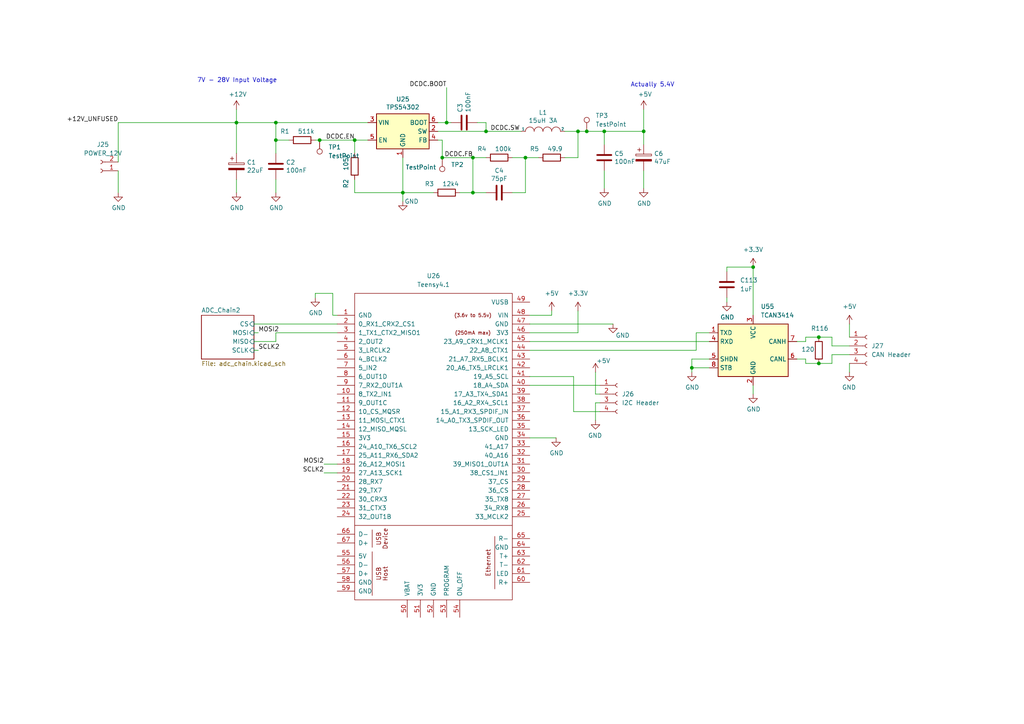
<source format=kicad_sch>
(kicad_sch
	(version 20231120)
	(generator "eeschema")
	(generator_version "8.0")
	(uuid "67614b2b-61f2-4e31-8c39-3cb652c08df1")
	(paper "A4")
	(lib_symbols
		(symbol "+5V_2"
			(power)
			(pin_names
				(offset 0)
			)
			(exclude_from_sim no)
			(in_bom yes)
			(on_board yes)
			(property "Reference" "#PWR"
				(at 0 -3.81 0)
				(effects
					(font
						(size 1.27 1.27)
					)
					(hide yes)
				)
			)
			(property "Value" "+5V_2"
				(at 0 3.556 0)
				(effects
					(font
						(size 1.27 1.27)
					)
				)
			)
			(property "Footprint" ""
				(at 0 0 0)
				(effects
					(font
						(size 1.27 1.27)
					)
					(hide yes)
				)
			)
			(property "Datasheet" ""
				(at 0 0 0)
				(effects
					(font
						(size 1.27 1.27)
					)
					(hide yes)
				)
			)
			(property "Description" "Power symbol creates a global label with name \"+5V\""
				(at 0 0 0)
				(effects
					(font
						(size 1.27 1.27)
					)
					(hide yes)
				)
			)
			(property "ki_keywords" "global power"
				(at 0 0 0)
				(effects
					(font
						(size 1.27 1.27)
					)
					(hide yes)
				)
			)
			(symbol "+5V_2_0_1"
				(polyline
					(pts
						(xy -0.762 1.27) (xy 0 2.54)
					)
					(stroke
						(width 0)
						(type default)
					)
					(fill
						(type none)
					)
				)
				(polyline
					(pts
						(xy 0 0) (xy 0 2.54)
					)
					(stroke
						(width 0)
						(type default)
					)
					(fill
						(type none)
					)
				)
				(polyline
					(pts
						(xy 0 2.54) (xy 0.762 1.27)
					)
					(stroke
						(width 0)
						(type default)
					)
					(fill
						(type none)
					)
				)
			)
			(symbol "+5V_2_1_1"
				(pin power_in line
					(at 0 0 90)
					(length 0) hide
					(name "+5V"
						(effects
							(font
								(size 1.27 1.27)
							)
						)
					)
					(number "1"
						(effects
							(font
								(size 1.27 1.27)
							)
						)
					)
				)
			)
		)
		(symbol "Connector:Conn_01x02_Female"
			(pin_names
				(offset 1.016) hide)
			(exclude_from_sim no)
			(in_bom yes)
			(on_board yes)
			(property "Reference" "J"
				(at 0 2.54 0)
				(effects
					(font
						(size 1.27 1.27)
					)
				)
			)
			(property "Value" "Conn_01x02_Female"
				(at 0 -5.08 0)
				(effects
					(font
						(size 1.27 1.27)
					)
				)
			)
			(property "Footprint" ""
				(at 0 0 0)
				(effects
					(font
						(size 1.27 1.27)
					)
					(hide yes)
				)
			)
			(property "Datasheet" "~"
				(at 0 0 0)
				(effects
					(font
						(size 1.27 1.27)
					)
					(hide yes)
				)
			)
			(property "Description" "Generic connector, single row, 01x02, script generated (kicad-library-utils/schlib/autogen/connector/)"
				(at 0 0 0)
				(effects
					(font
						(size 1.27 1.27)
					)
					(hide yes)
				)
			)
			(property "ki_keywords" "connector"
				(at 0 0 0)
				(effects
					(font
						(size 1.27 1.27)
					)
					(hide yes)
				)
			)
			(property "ki_fp_filters" "Connector*:*_1x??_*"
				(at 0 0 0)
				(effects
					(font
						(size 1.27 1.27)
					)
					(hide yes)
				)
			)
			(symbol "Conn_01x02_Female_1_1"
				(arc
					(start 0 -2.032)
					(mid -0.5058 -2.54)
					(end 0 -3.048)
					(stroke
						(width 0.1524)
						(type default)
					)
					(fill
						(type none)
					)
				)
				(polyline
					(pts
						(xy -1.27 -2.54) (xy -0.508 -2.54)
					)
					(stroke
						(width 0.1524)
						(type default)
					)
					(fill
						(type none)
					)
				)
				(polyline
					(pts
						(xy -1.27 0) (xy -0.508 0)
					)
					(stroke
						(width 0.1524)
						(type default)
					)
					(fill
						(type none)
					)
				)
				(arc
					(start 0 0.508)
					(mid -0.5058 0)
					(end 0 -0.508)
					(stroke
						(width 0.1524)
						(type default)
					)
					(fill
						(type none)
					)
				)
				(pin passive line
					(at -5.08 0 0)
					(length 3.81)
					(name "Pin_1"
						(effects
							(font
								(size 1.27 1.27)
							)
						)
					)
					(number "1"
						(effects
							(font
								(size 1.27 1.27)
							)
						)
					)
				)
				(pin passive line
					(at -5.08 -2.54 0)
					(length 3.81)
					(name "Pin_2"
						(effects
							(font
								(size 1.27 1.27)
							)
						)
					)
					(number "2"
						(effects
							(font
								(size 1.27 1.27)
							)
						)
					)
				)
			)
		)
		(symbol "Connector:Conn_01x04_Socket"
			(pin_names
				(offset 1.016) hide)
			(exclude_from_sim no)
			(in_bom yes)
			(on_board yes)
			(property "Reference" "J"
				(at 0 5.08 0)
				(effects
					(font
						(size 1.27 1.27)
					)
				)
			)
			(property "Value" "Conn_01x04_Socket"
				(at 0 -7.62 0)
				(effects
					(font
						(size 1.27 1.27)
					)
				)
			)
			(property "Footprint" ""
				(at 0 0 0)
				(effects
					(font
						(size 1.27 1.27)
					)
					(hide yes)
				)
			)
			(property "Datasheet" "~"
				(at 0 0 0)
				(effects
					(font
						(size 1.27 1.27)
					)
					(hide yes)
				)
			)
			(property "Description" "Generic connector, single row, 01x04, script generated"
				(at 0 0 0)
				(effects
					(font
						(size 1.27 1.27)
					)
					(hide yes)
				)
			)
			(property "ki_locked" ""
				(at 0 0 0)
				(effects
					(font
						(size 1.27 1.27)
					)
				)
			)
			(property "ki_keywords" "connector"
				(at 0 0 0)
				(effects
					(font
						(size 1.27 1.27)
					)
					(hide yes)
				)
			)
			(property "ki_fp_filters" "Connector*:*_1x??_*"
				(at 0 0 0)
				(effects
					(font
						(size 1.27 1.27)
					)
					(hide yes)
				)
			)
			(symbol "Conn_01x04_Socket_1_1"
				(arc
					(start 0 -4.572)
					(mid -0.5058 -5.08)
					(end 0 -5.588)
					(stroke
						(width 0.1524)
						(type default)
					)
					(fill
						(type none)
					)
				)
				(arc
					(start 0 -2.032)
					(mid -0.5058 -2.54)
					(end 0 -3.048)
					(stroke
						(width 0.1524)
						(type default)
					)
					(fill
						(type none)
					)
				)
				(polyline
					(pts
						(xy -1.27 -5.08) (xy -0.508 -5.08)
					)
					(stroke
						(width 0.1524)
						(type default)
					)
					(fill
						(type none)
					)
				)
				(polyline
					(pts
						(xy -1.27 -2.54) (xy -0.508 -2.54)
					)
					(stroke
						(width 0.1524)
						(type default)
					)
					(fill
						(type none)
					)
				)
				(polyline
					(pts
						(xy -1.27 0) (xy -0.508 0)
					)
					(stroke
						(width 0.1524)
						(type default)
					)
					(fill
						(type none)
					)
				)
				(polyline
					(pts
						(xy -1.27 2.54) (xy -0.508 2.54)
					)
					(stroke
						(width 0.1524)
						(type default)
					)
					(fill
						(type none)
					)
				)
				(arc
					(start 0 0.508)
					(mid -0.5058 0)
					(end 0 -0.508)
					(stroke
						(width 0.1524)
						(type default)
					)
					(fill
						(type none)
					)
				)
				(arc
					(start 0 3.048)
					(mid -0.5058 2.54)
					(end 0 2.032)
					(stroke
						(width 0.1524)
						(type default)
					)
					(fill
						(type none)
					)
				)
				(pin passive line
					(at -5.08 2.54 0)
					(length 3.81)
					(name "Pin_1"
						(effects
							(font
								(size 1.27 1.27)
							)
						)
					)
					(number "1"
						(effects
							(font
								(size 1.27 1.27)
							)
						)
					)
				)
				(pin passive line
					(at -5.08 0 0)
					(length 3.81)
					(name "Pin_2"
						(effects
							(font
								(size 1.27 1.27)
							)
						)
					)
					(number "2"
						(effects
							(font
								(size 1.27 1.27)
							)
						)
					)
				)
				(pin passive line
					(at -5.08 -2.54 0)
					(length 3.81)
					(name "Pin_3"
						(effects
							(font
								(size 1.27 1.27)
							)
						)
					)
					(number "3"
						(effects
							(font
								(size 1.27 1.27)
							)
						)
					)
				)
				(pin passive line
					(at -5.08 -5.08 0)
					(length 3.81)
					(name "Pin_4"
						(effects
							(font
								(size 1.27 1.27)
							)
						)
					)
					(number "4"
						(effects
							(font
								(size 1.27 1.27)
							)
						)
					)
				)
			)
		)
		(symbol "Connector:TestPoint"
			(pin_numbers hide)
			(pin_names
				(offset 0.762) hide)
			(exclude_from_sim no)
			(in_bom yes)
			(on_board yes)
			(property "Reference" "TP"
				(at 0 6.858 0)
				(effects
					(font
						(size 1.27 1.27)
					)
				)
			)
			(property "Value" "TestPoint"
				(at 0 5.08 0)
				(effects
					(font
						(size 1.27 1.27)
					)
				)
			)
			(property "Footprint" ""
				(at 5.08 0 0)
				(effects
					(font
						(size 1.27 1.27)
					)
					(hide yes)
				)
			)
			(property "Datasheet" "~"
				(at 5.08 0 0)
				(effects
					(font
						(size 1.27 1.27)
					)
					(hide yes)
				)
			)
			(property "Description" "test point"
				(at 0 0 0)
				(effects
					(font
						(size 1.27 1.27)
					)
					(hide yes)
				)
			)
			(property "ki_keywords" "test point tp"
				(at 0 0 0)
				(effects
					(font
						(size 1.27 1.27)
					)
					(hide yes)
				)
			)
			(property "ki_fp_filters" "Pin* Test*"
				(at 0 0 0)
				(effects
					(font
						(size 1.27 1.27)
					)
					(hide yes)
				)
			)
			(symbol "TestPoint_0_1"
				(circle
					(center 0 3.302)
					(radius 0.762)
					(stroke
						(width 0)
						(type default)
					)
					(fill
						(type none)
					)
				)
			)
			(symbol "TestPoint_1_1"
				(pin passive line
					(at 0 0 90)
					(length 2.54)
					(name "1"
						(effects
							(font
								(size 1.27 1.27)
							)
						)
					)
					(number "1"
						(effects
							(font
								(size 1.27 1.27)
							)
						)
					)
				)
			)
		)
		(symbol "Device:C"
			(pin_numbers hide)
			(pin_names
				(offset 0.254)
			)
			(exclude_from_sim no)
			(in_bom yes)
			(on_board yes)
			(property "Reference" "C"
				(at 0.635 2.54 0)
				(effects
					(font
						(size 1.27 1.27)
					)
					(justify left)
				)
			)
			(property "Value" "C"
				(at 0.635 -2.54 0)
				(effects
					(font
						(size 1.27 1.27)
					)
					(justify left)
				)
			)
			(property "Footprint" ""
				(at 0.9652 -3.81 0)
				(effects
					(font
						(size 1.27 1.27)
					)
					(hide yes)
				)
			)
			(property "Datasheet" "~"
				(at 0 0 0)
				(effects
					(font
						(size 1.27 1.27)
					)
					(hide yes)
				)
			)
			(property "Description" "Unpolarized capacitor"
				(at 0 0 0)
				(effects
					(font
						(size 1.27 1.27)
					)
					(hide yes)
				)
			)
			(property "ki_keywords" "cap capacitor"
				(at 0 0 0)
				(effects
					(font
						(size 1.27 1.27)
					)
					(hide yes)
				)
			)
			(property "ki_fp_filters" "C_*"
				(at 0 0 0)
				(effects
					(font
						(size 1.27 1.27)
					)
					(hide yes)
				)
			)
			(symbol "C_0_1"
				(polyline
					(pts
						(xy -2.032 -0.762) (xy 2.032 -0.762)
					)
					(stroke
						(width 0.508)
						(type default)
					)
					(fill
						(type none)
					)
				)
				(polyline
					(pts
						(xy -2.032 0.762) (xy 2.032 0.762)
					)
					(stroke
						(width 0.508)
						(type default)
					)
					(fill
						(type none)
					)
				)
			)
			(symbol "C_1_1"
				(pin passive line
					(at 0 3.81 270)
					(length 2.794)
					(name "~"
						(effects
							(font
								(size 1.27 1.27)
							)
						)
					)
					(number "1"
						(effects
							(font
								(size 1.27 1.27)
							)
						)
					)
				)
				(pin passive line
					(at 0 -3.81 90)
					(length 2.794)
					(name "~"
						(effects
							(font
								(size 1.27 1.27)
							)
						)
					)
					(number "2"
						(effects
							(font
								(size 1.27 1.27)
							)
						)
					)
				)
			)
		)
		(symbol "Device:C_Polarized"
			(pin_numbers hide)
			(pin_names
				(offset 0.254)
			)
			(exclude_from_sim no)
			(in_bom yes)
			(on_board yes)
			(property "Reference" "C"
				(at 0.635 2.54 0)
				(effects
					(font
						(size 1.27 1.27)
					)
					(justify left)
				)
			)
			(property "Value" "C_Polarized"
				(at 0.635 -2.54 0)
				(effects
					(font
						(size 1.27 1.27)
					)
					(justify left)
				)
			)
			(property "Footprint" ""
				(at 0.9652 -3.81 0)
				(effects
					(font
						(size 1.27 1.27)
					)
					(hide yes)
				)
			)
			(property "Datasheet" "~"
				(at 0 0 0)
				(effects
					(font
						(size 1.27 1.27)
					)
					(hide yes)
				)
			)
			(property "Description" "Polarized capacitor"
				(at 0 0 0)
				(effects
					(font
						(size 1.27 1.27)
					)
					(hide yes)
				)
			)
			(property "ki_keywords" "cap capacitor"
				(at 0 0 0)
				(effects
					(font
						(size 1.27 1.27)
					)
					(hide yes)
				)
			)
			(property "ki_fp_filters" "CP_*"
				(at 0 0 0)
				(effects
					(font
						(size 1.27 1.27)
					)
					(hide yes)
				)
			)
			(symbol "C_Polarized_0_1"
				(rectangle
					(start -2.286 0.508)
					(end 2.286 1.016)
					(stroke
						(width 0)
						(type default)
					)
					(fill
						(type none)
					)
				)
				(polyline
					(pts
						(xy -1.778 2.286) (xy -0.762 2.286)
					)
					(stroke
						(width 0)
						(type default)
					)
					(fill
						(type none)
					)
				)
				(polyline
					(pts
						(xy -1.27 2.794) (xy -1.27 1.778)
					)
					(stroke
						(width 0)
						(type default)
					)
					(fill
						(type none)
					)
				)
				(rectangle
					(start 2.286 -0.508)
					(end -2.286 -1.016)
					(stroke
						(width 0)
						(type default)
					)
					(fill
						(type outline)
					)
				)
			)
			(symbol "C_Polarized_1_1"
				(pin passive line
					(at 0 3.81 270)
					(length 2.794)
					(name "~"
						(effects
							(font
								(size 1.27 1.27)
							)
						)
					)
					(number "1"
						(effects
							(font
								(size 1.27 1.27)
							)
						)
					)
				)
				(pin passive line
					(at 0 -3.81 90)
					(length 2.794)
					(name "~"
						(effects
							(font
								(size 1.27 1.27)
							)
						)
					)
					(number "2"
						(effects
							(font
								(size 1.27 1.27)
							)
						)
					)
				)
			)
		)
		(symbol "Device:R"
			(pin_numbers hide)
			(pin_names
				(offset 0)
			)
			(exclude_from_sim no)
			(in_bom yes)
			(on_board yes)
			(property "Reference" "R"
				(at 2.032 0 90)
				(effects
					(font
						(size 1.27 1.27)
					)
				)
			)
			(property "Value" "R"
				(at 0 0 90)
				(effects
					(font
						(size 1.27 1.27)
					)
				)
			)
			(property "Footprint" ""
				(at -1.778 0 90)
				(effects
					(font
						(size 1.27 1.27)
					)
					(hide yes)
				)
			)
			(property "Datasheet" "~"
				(at 0 0 0)
				(effects
					(font
						(size 1.27 1.27)
					)
					(hide yes)
				)
			)
			(property "Description" "Resistor"
				(at 0 0 0)
				(effects
					(font
						(size 1.27 1.27)
					)
					(hide yes)
				)
			)
			(property "ki_keywords" "R res resistor"
				(at 0 0 0)
				(effects
					(font
						(size 1.27 1.27)
					)
					(hide yes)
				)
			)
			(property "ki_fp_filters" "R_*"
				(at 0 0 0)
				(effects
					(font
						(size 1.27 1.27)
					)
					(hide yes)
				)
			)
			(symbol "R_0_1"
				(rectangle
					(start -1.016 -2.54)
					(end 1.016 2.54)
					(stroke
						(width 0.254)
						(type default)
					)
					(fill
						(type none)
					)
				)
			)
			(symbol "R_1_1"
				(pin passive line
					(at 0 3.81 270)
					(length 1.27)
					(name "~"
						(effects
							(font
								(size 1.27 1.27)
							)
						)
					)
					(number "1"
						(effects
							(font
								(size 1.27 1.27)
							)
						)
					)
				)
				(pin passive line
					(at 0 -3.81 90)
					(length 1.27)
					(name "~"
						(effects
							(font
								(size 1.27 1.27)
							)
						)
					)
					(number "2"
						(effects
							(font
								(size 1.27 1.27)
							)
						)
					)
				)
			)
		)
		(symbol "Interface_CAN_LIN:TCAN3414"
			(exclude_from_sim no)
			(in_bom yes)
			(on_board yes)
			(property "Reference" "U"
				(at -10.16 8.89 0)
				(effects
					(font
						(size 1.27 1.27)
					)
					(justify left)
				)
			)
			(property "Value" "TCAN3414"
				(at 2.54 8.89 0)
				(effects
					(font
						(size 1.27 1.27)
					)
					(justify left)
				)
			)
			(property "Footprint" ""
				(at 0 -12.7 0)
				(effects
					(font
						(size 1.27 1.27)
						(italic yes)
					)
					(hide yes)
				)
			)
			(property "Datasheet" "http://www.ti.com/lit/ds/symlink/tcan337.pdf"
				(at 0 0 0)
				(effects
					(font
						(size 1.27 1.27)
					)
					(hide yes)
				)
			)
			(property "Description" "High-Speed CAN Transceiver, 1Mbps, 3.3V supply, low power standby mode, shutdown mode, SOT-23-8/SOIC-8"
				(at 0 0 0)
				(effects
					(font
						(size 1.27 1.27)
					)
					(hide yes)
				)
			)
			(property "ki_keywords" "High-Speed CAN Transceiver"
				(at 0 0 0)
				(effects
					(font
						(size 1.27 1.27)
					)
					(hide yes)
				)
			)
			(property "ki_fp_filters" "*TSOT?23* *SOIC*3.9x4.9mm*P1.27mm*"
				(at 0 0 0)
				(effects
					(font
						(size 1.27 1.27)
					)
					(hide yes)
				)
			)
			(symbol "TCAN3414_0_1"
				(rectangle
					(start -10.16 7.62)
					(end 10.16 -7.62)
					(stroke
						(width 0.254)
						(type default)
					)
					(fill
						(type background)
					)
				)
			)
			(symbol "TCAN3414_1_1"
				(pin input line
					(at -12.7 5.08 0)
					(length 2.54)
					(name "TXD"
						(effects
							(font
								(size 1.27 1.27)
							)
						)
					)
					(number "1"
						(effects
							(font
								(size 1.27 1.27)
							)
						)
					)
				)
				(pin power_in line
					(at 0 -10.16 90)
					(length 2.54)
					(name "GND"
						(effects
							(font
								(size 1.27 1.27)
							)
						)
					)
					(number "2"
						(effects
							(font
								(size 1.27 1.27)
							)
						)
					)
				)
				(pin power_in line
					(at 0 10.16 270)
					(length 2.54)
					(name "VCC"
						(effects
							(font
								(size 1.27 1.27)
							)
						)
					)
					(number "3"
						(effects
							(font
								(size 1.27 1.27)
							)
						)
					)
				)
				(pin tri_state line
					(at -12.7 2.54 0)
					(length 2.54)
					(name "RXD"
						(effects
							(font
								(size 1.27 1.27)
							)
						)
					)
					(number "4"
						(effects
							(font
								(size 1.27 1.27)
							)
						)
					)
				)
				(pin input line
					(at -12.7 -2.54 0)
					(length 2.54)
					(name "SHDN"
						(effects
							(font
								(size 1.27 1.27)
							)
						)
					)
					(number "5"
						(effects
							(font
								(size 1.27 1.27)
							)
						)
					)
				)
				(pin bidirectional line
					(at 12.7 -2.54 180)
					(length 2.54)
					(name "CANL"
						(effects
							(font
								(size 1.27 1.27)
							)
						)
					)
					(number "6"
						(effects
							(font
								(size 1.27 1.27)
							)
						)
					)
				)
				(pin bidirectional line
					(at 12.7 2.54 180)
					(length 2.54)
					(name "CANH"
						(effects
							(font
								(size 1.27 1.27)
							)
						)
					)
					(number "7"
						(effects
							(font
								(size 1.27 1.27)
							)
						)
					)
				)
				(pin input line
					(at -12.7 -5.08 0)
					(length 2.54)
					(name "STB"
						(effects
							(font
								(size 1.27 1.27)
							)
						)
					)
					(number "8"
						(effects
							(font
								(size 1.27 1.27)
							)
						)
					)
				)
			)
		)
		(symbol "Regulator_Switching:TPS54302"
			(exclude_from_sim no)
			(in_bom yes)
			(on_board yes)
			(property "Reference" "U"
				(at -7.62 6.35 0)
				(effects
					(font
						(size 1.27 1.27)
					)
					(justify left)
				)
			)
			(property "Value" "TPS54302"
				(at 0 6.35 0)
				(effects
					(font
						(size 1.27 1.27)
					)
					(justify left)
				)
			)
			(property "Footprint" "Package_TO_SOT_SMD:SOT-23-6"
				(at 1.27 -8.89 0)
				(effects
					(font
						(size 1.27 1.27)
					)
					(justify left)
					(hide yes)
				)
			)
			(property "Datasheet" "http://www.ti.com/lit/ds/symlink/tps54302.pdf"
				(at -7.62 8.89 0)
				(effects
					(font
						(size 1.27 1.27)
					)
					(hide yes)
				)
			)
			(property "Description" "3A, 4.5 to 28V Input, EMI Friendly integrated switch synchronous step-down regulator, pulse-skipping, SOT-23-6"
				(at 0 0 0)
				(effects
					(font
						(size 1.27 1.27)
					)
					(hide yes)
				)
			)
			(property "ki_keywords" "switching buck converter power-supply voltage regulator emi spread spectrum"
				(at 0 0 0)
				(effects
					(font
						(size 1.27 1.27)
					)
					(hide yes)
				)
			)
			(property "ki_fp_filters" "SOT?23*"
				(at 0 0 0)
				(effects
					(font
						(size 1.27 1.27)
					)
					(hide yes)
				)
			)
			(symbol "TPS54302_0_1"
				(rectangle
					(start -7.62 5.08)
					(end 7.62 -5.08)
					(stroke
						(width 0.254)
						(type default)
					)
					(fill
						(type background)
					)
				)
			)
			(symbol "TPS54302_1_1"
				(pin power_in line
					(at 0 -7.62 90)
					(length 2.54)
					(name "GND"
						(effects
							(font
								(size 1.27 1.27)
							)
						)
					)
					(number "1"
						(effects
							(font
								(size 1.27 1.27)
							)
						)
					)
				)
				(pin power_out line
					(at 10.16 0 180)
					(length 2.54)
					(name "SW"
						(effects
							(font
								(size 1.27 1.27)
							)
						)
					)
					(number "2"
						(effects
							(font
								(size 1.27 1.27)
							)
						)
					)
				)
				(pin power_in line
					(at -10.16 2.54 0)
					(length 2.54)
					(name "VIN"
						(effects
							(font
								(size 1.27 1.27)
							)
						)
					)
					(number "3"
						(effects
							(font
								(size 1.27 1.27)
							)
						)
					)
				)
				(pin input line
					(at 10.16 -2.54 180)
					(length 2.54)
					(name "FB"
						(effects
							(font
								(size 1.27 1.27)
							)
						)
					)
					(number "4"
						(effects
							(font
								(size 1.27 1.27)
							)
						)
					)
				)
				(pin input line
					(at -10.16 -2.54 0)
					(length 2.54)
					(name "EN"
						(effects
							(font
								(size 1.27 1.27)
							)
						)
					)
					(number "5"
						(effects
							(font
								(size 1.27 1.27)
							)
						)
					)
				)
				(pin passive line
					(at 10.16 2.54 180)
					(length 2.54)
					(name "BOOT"
						(effects
							(font
								(size 1.27 1.27)
							)
						)
					)
					(number "6"
						(effects
							(font
								(size 1.27 1.27)
							)
						)
					)
				)
			)
		)
		(symbol "power:+12V"
			(power)
			(pin_names
				(offset 0)
			)
			(exclude_from_sim no)
			(in_bom yes)
			(on_board yes)
			(property "Reference" "#PWR"
				(at 0 -3.81 0)
				(effects
					(font
						(size 1.27 1.27)
					)
					(hide yes)
				)
			)
			(property "Value" "+12V"
				(at 0 3.556 0)
				(effects
					(font
						(size 1.27 1.27)
					)
				)
			)
			(property "Footprint" ""
				(at 0 0 0)
				(effects
					(font
						(size 1.27 1.27)
					)
					(hide yes)
				)
			)
			(property "Datasheet" ""
				(at 0 0 0)
				(effects
					(font
						(size 1.27 1.27)
					)
					(hide yes)
				)
			)
			(property "Description" "Power symbol creates a global label with name \"+12V\""
				(at 0 0 0)
				(effects
					(font
						(size 1.27 1.27)
					)
					(hide yes)
				)
			)
			(property "ki_keywords" "power-flag"
				(at 0 0 0)
				(effects
					(font
						(size 1.27 1.27)
					)
					(hide yes)
				)
			)
			(symbol "+12V_0_1"
				(polyline
					(pts
						(xy -0.762 1.27) (xy 0 2.54)
					)
					(stroke
						(width 0)
						(type default)
					)
					(fill
						(type none)
					)
				)
				(polyline
					(pts
						(xy 0 0) (xy 0 2.54)
					)
					(stroke
						(width 0)
						(type default)
					)
					(fill
						(type none)
					)
				)
				(polyline
					(pts
						(xy 0 2.54) (xy 0.762 1.27)
					)
					(stroke
						(width 0)
						(type default)
					)
					(fill
						(type none)
					)
				)
			)
			(symbol "+12V_1_1"
				(pin power_in line
					(at 0 0 90)
					(length 0) hide
					(name "+12V"
						(effects
							(font
								(size 1.27 1.27)
							)
						)
					)
					(number "1"
						(effects
							(font
								(size 1.27 1.27)
							)
						)
					)
				)
			)
		)
		(symbol "power:+3.3V"
			(power)
			(pin_names
				(offset 0)
			)
			(exclude_from_sim no)
			(in_bom yes)
			(on_board yes)
			(property "Reference" "#PWR"
				(at 0 -3.81 0)
				(effects
					(font
						(size 1.27 1.27)
					)
					(hide yes)
				)
			)
			(property "Value" "+3.3V"
				(at 0 3.556 0)
				(effects
					(font
						(size 1.27 1.27)
					)
				)
			)
			(property "Footprint" ""
				(at 0 0 0)
				(effects
					(font
						(size 1.27 1.27)
					)
					(hide yes)
				)
			)
			(property "Datasheet" ""
				(at 0 0 0)
				(effects
					(font
						(size 1.27 1.27)
					)
					(hide yes)
				)
			)
			(property "Description" "Power symbol creates a global label with name \"+3.3V\""
				(at 0 0 0)
				(effects
					(font
						(size 1.27 1.27)
					)
					(hide yes)
				)
			)
			(property "ki_keywords" "global power"
				(at 0 0 0)
				(effects
					(font
						(size 1.27 1.27)
					)
					(hide yes)
				)
			)
			(symbol "+3.3V_0_1"
				(polyline
					(pts
						(xy -0.762 1.27) (xy 0 2.54)
					)
					(stroke
						(width 0)
						(type default)
					)
					(fill
						(type none)
					)
				)
				(polyline
					(pts
						(xy 0 0) (xy 0 2.54)
					)
					(stroke
						(width 0)
						(type default)
					)
					(fill
						(type none)
					)
				)
				(polyline
					(pts
						(xy 0 2.54) (xy 0.762 1.27)
					)
					(stroke
						(width 0)
						(type default)
					)
					(fill
						(type none)
					)
				)
			)
			(symbol "+3.3V_1_1"
				(pin power_in line
					(at 0 0 90)
					(length 0) hide
					(name "+3.3V"
						(effects
							(font
								(size 1.27 1.27)
							)
						)
					)
					(number "1"
						(effects
							(font
								(size 1.27 1.27)
							)
						)
					)
				)
			)
		)
		(symbol "power:+5V"
			(power)
			(pin_names
				(offset 0)
			)
			(exclude_from_sim no)
			(in_bom yes)
			(on_board yes)
			(property "Reference" "#PWR"
				(at 0 -3.81 0)
				(effects
					(font
						(size 1.27 1.27)
					)
					(hide yes)
				)
			)
			(property "Value" "+5V"
				(at 0 3.556 0)
				(effects
					(font
						(size 1.27 1.27)
					)
				)
			)
			(property "Footprint" ""
				(at 0 0 0)
				(effects
					(font
						(size 1.27 1.27)
					)
					(hide yes)
				)
			)
			(property "Datasheet" ""
				(at 0 0 0)
				(effects
					(font
						(size 1.27 1.27)
					)
					(hide yes)
				)
			)
			(property "Description" "Power symbol creates a global label with name \"+5V\""
				(at 0 0 0)
				(effects
					(font
						(size 1.27 1.27)
					)
					(hide yes)
				)
			)
			(property "ki_keywords" "power-flag"
				(at 0 0 0)
				(effects
					(font
						(size 1.27 1.27)
					)
					(hide yes)
				)
			)
			(symbol "+5V_0_1"
				(polyline
					(pts
						(xy -0.762 1.27) (xy 0 2.54)
					)
					(stroke
						(width 0)
						(type default)
					)
					(fill
						(type none)
					)
				)
				(polyline
					(pts
						(xy 0 0) (xy 0 2.54)
					)
					(stroke
						(width 0)
						(type default)
					)
					(fill
						(type none)
					)
				)
				(polyline
					(pts
						(xy 0 2.54) (xy 0.762 1.27)
					)
					(stroke
						(width 0)
						(type default)
					)
					(fill
						(type none)
					)
				)
			)
			(symbol "+5V_1_1"
				(pin power_in line
					(at 0 0 90)
					(length 0) hide
					(name "+5V"
						(effects
							(font
								(size 1.27 1.27)
							)
						)
					)
					(number "1"
						(effects
							(font
								(size 1.27 1.27)
							)
						)
					)
				)
			)
		)
		(symbol "power:GND"
			(power)
			(pin_names
				(offset 0)
			)
			(exclude_from_sim no)
			(in_bom yes)
			(on_board yes)
			(property "Reference" "#PWR"
				(at 0 -6.35 0)
				(effects
					(font
						(size 1.27 1.27)
					)
					(hide yes)
				)
			)
			(property "Value" "GND"
				(at 0 -3.81 0)
				(effects
					(font
						(size 1.27 1.27)
					)
				)
			)
			(property "Footprint" ""
				(at 0 0 0)
				(effects
					(font
						(size 1.27 1.27)
					)
					(hide yes)
				)
			)
			(property "Datasheet" ""
				(at 0 0 0)
				(effects
					(font
						(size 1.27 1.27)
					)
					(hide yes)
				)
			)
			(property "Description" "Power symbol creates a global label with name \"GND\" , ground"
				(at 0 0 0)
				(effects
					(font
						(size 1.27 1.27)
					)
					(hide yes)
				)
			)
			(property "ki_keywords" "power-flag"
				(at 0 0 0)
				(effects
					(font
						(size 1.27 1.27)
					)
					(hide yes)
				)
			)
			(symbol "GND_0_1"
				(polyline
					(pts
						(xy 0 0) (xy 0 -1.27) (xy 1.27 -1.27) (xy 0 -2.54) (xy -1.27 -1.27) (xy 0 -1.27)
					)
					(stroke
						(width 0)
						(type default)
					)
					(fill
						(type none)
					)
				)
			)
			(symbol "GND_1_1"
				(pin power_in line
					(at 0 0 270)
					(length 0) hide
					(name "GND"
						(effects
							(font
								(size 1.27 1.27)
							)
						)
					)
					(number "1"
						(effects
							(font
								(size 1.27 1.27)
							)
						)
					)
				)
			)
		)
		(symbol "pspice:INDUCTOR"
			(pin_numbers hide)
			(pin_names
				(offset 0)
			)
			(exclude_from_sim no)
			(in_bom yes)
			(on_board yes)
			(property "Reference" "L"
				(at 0 2.54 0)
				(effects
					(font
						(size 1.27 1.27)
					)
				)
			)
			(property "Value" "INDUCTOR"
				(at 0 -1.27 0)
				(effects
					(font
						(size 1.27 1.27)
					)
				)
			)
			(property "Footprint" ""
				(at 0 0 0)
				(effects
					(font
						(size 1.27 1.27)
					)
					(hide yes)
				)
			)
			(property "Datasheet" "~"
				(at 0 0 0)
				(effects
					(font
						(size 1.27 1.27)
					)
					(hide yes)
				)
			)
			(property "Description" "Inductor symbol for simulation only"
				(at 0 0 0)
				(effects
					(font
						(size 1.27 1.27)
					)
					(hide yes)
				)
			)
			(property "ki_keywords" "simulation"
				(at 0 0 0)
				(effects
					(font
						(size 1.27 1.27)
					)
					(hide yes)
				)
			)
			(symbol "INDUCTOR_0_1"
				(arc
					(start -2.54 0)
					(mid -3.81 1.2645)
					(end -5.08 0)
					(stroke
						(width 0)
						(type default)
					)
					(fill
						(type none)
					)
				)
				(arc
					(start 0 0)
					(mid -1.27 1.2645)
					(end -2.54 0)
					(stroke
						(width 0)
						(type default)
					)
					(fill
						(type none)
					)
				)
				(arc
					(start 2.54 0)
					(mid 1.27 1.2645)
					(end 0 0)
					(stroke
						(width 0)
						(type default)
					)
					(fill
						(type none)
					)
				)
				(arc
					(start 5.08 0)
					(mid 3.81 1.2645)
					(end 2.54 0)
					(stroke
						(width 0)
						(type default)
					)
					(fill
						(type none)
					)
				)
			)
			(symbol "INDUCTOR_1_1"
				(pin input line
					(at -6.35 0 0)
					(length 1.27)
					(name "1"
						(effects
							(font
								(size 0.762 0.762)
							)
						)
					)
					(number "1"
						(effects
							(font
								(size 0.762 0.762)
							)
						)
					)
				)
				(pin input line
					(at 6.35 0 180)
					(length 1.27)
					(name "2"
						(effects
							(font
								(size 0.762 0.762)
							)
						)
					)
					(number "2"
						(effects
							(font
								(size 0.762 0.762)
							)
						)
					)
				)
			)
		)
		(symbol "teensy:Teensy4.1"
			(pin_names
				(offset 1.016)
			)
			(exclude_from_sim no)
			(in_bom yes)
			(on_board yes)
			(property "Reference" "U"
				(at 0 64.77 0)
				(effects
					(font
						(size 1.27 1.27)
					)
				)
			)
			(property "Value" "Teensy4.1"
				(at 0 62.23 0)
				(effects
					(font
						(size 1.27 1.27)
					)
				)
			)
			(property "Footprint" ""
				(at -10.16 10.16 0)
				(effects
					(font
						(size 1.27 1.27)
					)
					(hide yes)
				)
			)
			(property "Datasheet" ""
				(at -10.16 10.16 0)
				(effects
					(font
						(size 1.27 1.27)
					)
					(hide yes)
				)
			)
			(property "Description" ""
				(at 0 0 0)
				(effects
					(font
						(size 1.27 1.27)
					)
					(hide yes)
				)
			)
			(symbol "Teensy4.1_0_0"
				(polyline
					(pts
						(xy -22.86 -6.35) (xy 22.86 -6.35)
					)
					(stroke
						(width 0)
						(type default)
					)
					(fill
						(type none)
					)
				)
				(polyline
					(pts
						(xy -17.78 -26.67) (xy -17.78 -13.97)
					)
					(stroke
						(width 0)
						(type default)
					)
					(fill
						(type none)
					)
				)
				(polyline
					(pts
						(xy -17.78 -7.62) (xy -17.78 -12.7)
					)
					(stroke
						(width 0)
						(type default)
					)
					(fill
						(type none)
					)
				)
				(polyline
					(pts
						(xy 17.78 -9.525) (xy 17.78 -24.765)
					)
					(stroke
						(width 0)
						(type default)
					)
					(fill
						(type none)
					)
				)
				(text "(250mA max)"
					(at 11.43 49.53 0)
					(effects
						(font
							(size 1.016 1.016)
						)
					)
				)
				(text "(3.6v to 5.5v)"
					(at 11.43 54.61 0)
					(effects
						(font
							(size 1.016 1.016)
						)
					)
				)
				(text "Device"
					(at -13.97 -10.16 900)
					(effects
						(font
							(size 1.27 1.27)
						)
					)
				)
				(text "Ethernet"
					(at 15.875 -17.145 900)
					(effects
						(font
							(size 1.27 1.27)
						)
					)
				)
				(text "Host"
					(at -13.97 -20.32 900)
					(effects
						(font
							(size 1.27 1.27)
						)
					)
				)
				(text "USB"
					(at -15.875 -20.32 900)
					(effects
						(font
							(size 1.27 1.27)
						)
					)
				)
				(text "USB"
					(at -15.875 -10.16 900)
					(effects
						(font
							(size 1.27 1.27)
						)
					)
				)
				(pin bidirectional line
					(at -27.94 31.75 0)
					(length 5.08)
					(name "8_TX2_IN1"
						(effects
							(font
								(size 1.27 1.27)
							)
						)
					)
					(number "10"
						(effects
							(font
								(size 1.27 1.27)
							)
						)
					)
				)
				(pin bidirectional line
					(at -27.94 29.21 0)
					(length 5.08)
					(name "9_OUT1C"
						(effects
							(font
								(size 1.27 1.27)
							)
						)
					)
					(number "11"
						(effects
							(font
								(size 1.27 1.27)
							)
						)
					)
				)
				(pin bidirectional line
					(at -27.94 26.67 0)
					(length 5.08)
					(name "10_CS_MQSR"
						(effects
							(font
								(size 1.27 1.27)
							)
						)
					)
					(number "12"
						(effects
							(font
								(size 1.27 1.27)
							)
						)
					)
				)
				(pin bidirectional line
					(at -27.94 24.13 0)
					(length 5.08)
					(name "11_MOSI_CTX1"
						(effects
							(font
								(size 1.27 1.27)
							)
						)
					)
					(number "13"
						(effects
							(font
								(size 1.27 1.27)
							)
						)
					)
				)
				(pin bidirectional line
					(at -27.94 21.59 0)
					(length 5.08)
					(name "12_MISO_MQSL"
						(effects
							(font
								(size 1.27 1.27)
							)
						)
					)
					(number "14"
						(effects
							(font
								(size 1.27 1.27)
							)
						)
					)
				)
				(pin power_in line
					(at -27.94 19.05 0)
					(length 5.08)
					(name "3V3"
						(effects
							(font
								(size 1.27 1.27)
							)
						)
					)
					(number "15"
						(effects
							(font
								(size 1.27 1.27)
							)
						)
					)
				)
				(pin bidirectional line
					(at -27.94 16.51 0)
					(length 5.08)
					(name "24_A10_TX6_SCL2"
						(effects
							(font
								(size 1.27 1.27)
							)
						)
					)
					(number "16"
						(effects
							(font
								(size 1.27 1.27)
							)
						)
					)
				)
				(pin bidirectional line
					(at -27.94 13.97 0)
					(length 5.08)
					(name "25_A11_RX6_SDA2"
						(effects
							(font
								(size 1.27 1.27)
							)
						)
					)
					(number "17"
						(effects
							(font
								(size 1.27 1.27)
							)
						)
					)
				)
				(pin bidirectional line
					(at -27.94 11.43 0)
					(length 5.08)
					(name "26_A12_MOSI1"
						(effects
							(font
								(size 1.27 1.27)
							)
						)
					)
					(number "18"
						(effects
							(font
								(size 1.27 1.27)
							)
						)
					)
				)
				(pin bidirectional line
					(at -27.94 8.89 0)
					(length 5.08)
					(name "27_A13_SCK1"
						(effects
							(font
								(size 1.27 1.27)
							)
						)
					)
					(number "19"
						(effects
							(font
								(size 1.27 1.27)
							)
						)
					)
				)
				(pin bidirectional line
					(at -27.94 6.35 0)
					(length 5.08)
					(name "28_RX7"
						(effects
							(font
								(size 1.27 1.27)
							)
						)
					)
					(number "20"
						(effects
							(font
								(size 1.27 1.27)
							)
						)
					)
				)
				(pin bidirectional line
					(at -27.94 3.81 0)
					(length 5.08)
					(name "29_TX7"
						(effects
							(font
								(size 1.27 1.27)
							)
						)
					)
					(number "21"
						(effects
							(font
								(size 1.27 1.27)
							)
						)
					)
				)
				(pin bidirectional line
					(at -27.94 1.27 0)
					(length 5.08)
					(name "30_CRX3"
						(effects
							(font
								(size 1.27 1.27)
							)
						)
					)
					(number "22"
						(effects
							(font
								(size 1.27 1.27)
							)
						)
					)
				)
				(pin bidirectional line
					(at -27.94 -1.27 0)
					(length 5.08)
					(name "31_CTX3"
						(effects
							(font
								(size 1.27 1.27)
							)
						)
					)
					(number "23"
						(effects
							(font
								(size 1.27 1.27)
							)
						)
					)
				)
				(pin bidirectional line
					(at -27.94 -3.81 0)
					(length 5.08)
					(name "32_OUT1B"
						(effects
							(font
								(size 1.27 1.27)
							)
						)
					)
					(number "24"
						(effects
							(font
								(size 1.27 1.27)
							)
						)
					)
				)
				(pin bidirectional line
					(at 27.94 -3.81 180)
					(length 5.08)
					(name "33_MCLK2"
						(effects
							(font
								(size 1.27 1.27)
							)
						)
					)
					(number "25"
						(effects
							(font
								(size 1.27 1.27)
							)
						)
					)
				)
				(pin bidirectional line
					(at 27.94 -1.27 180)
					(length 5.08)
					(name "34_RX8"
						(effects
							(font
								(size 1.27 1.27)
							)
						)
					)
					(number "26"
						(effects
							(font
								(size 1.27 1.27)
							)
						)
					)
				)
				(pin bidirectional line
					(at 27.94 1.27 180)
					(length 5.08)
					(name "35_TX8"
						(effects
							(font
								(size 1.27 1.27)
							)
						)
					)
					(number "27"
						(effects
							(font
								(size 1.27 1.27)
							)
						)
					)
				)
				(pin bidirectional line
					(at 27.94 3.81 180)
					(length 5.08)
					(name "36_CS"
						(effects
							(font
								(size 1.27 1.27)
							)
						)
					)
					(number "28"
						(effects
							(font
								(size 1.27 1.27)
							)
						)
					)
				)
				(pin bidirectional line
					(at 27.94 6.35 180)
					(length 5.08)
					(name "37_CS"
						(effects
							(font
								(size 1.27 1.27)
							)
						)
					)
					(number "29"
						(effects
							(font
								(size 1.27 1.27)
							)
						)
					)
				)
				(pin bidirectional line
					(at 27.94 8.89 180)
					(length 5.08)
					(name "38_CS1_IN1"
						(effects
							(font
								(size 1.27 1.27)
							)
						)
					)
					(number "30"
						(effects
							(font
								(size 1.27 1.27)
							)
						)
					)
				)
				(pin bidirectional line
					(at 27.94 11.43 180)
					(length 5.08)
					(name "39_MISO1_OUT1A"
						(effects
							(font
								(size 1.27 1.27)
							)
						)
					)
					(number "31"
						(effects
							(font
								(size 1.27 1.27)
							)
						)
					)
				)
				(pin bidirectional line
					(at 27.94 13.97 180)
					(length 5.08)
					(name "40_A16"
						(effects
							(font
								(size 1.27 1.27)
							)
						)
					)
					(number "32"
						(effects
							(font
								(size 1.27 1.27)
							)
						)
					)
				)
				(pin bidirectional line
					(at 27.94 16.51 180)
					(length 5.08)
					(name "41_A17"
						(effects
							(font
								(size 1.27 1.27)
							)
						)
					)
					(number "33"
						(effects
							(font
								(size 1.27 1.27)
							)
						)
					)
				)
				(pin bidirectional line
					(at 27.94 21.59 180)
					(length 5.08)
					(name "13_SCK_LED"
						(effects
							(font
								(size 1.27 1.27)
							)
						)
					)
					(number "35"
						(effects
							(font
								(size 1.27 1.27)
							)
						)
					)
				)
				(pin bidirectional line
					(at 27.94 24.13 180)
					(length 5.08)
					(name "14_A0_TX3_SPDIF_OUT"
						(effects
							(font
								(size 1.27 1.27)
							)
						)
					)
					(number "36"
						(effects
							(font
								(size 1.27 1.27)
							)
						)
					)
				)
				(pin bidirectional line
					(at 27.94 26.67 180)
					(length 5.08)
					(name "15_A1_RX3_SPDIF_IN"
						(effects
							(font
								(size 1.27 1.27)
							)
						)
					)
					(number "37"
						(effects
							(font
								(size 1.27 1.27)
							)
						)
					)
				)
				(pin bidirectional line
					(at 27.94 29.21 180)
					(length 5.08)
					(name "16_A2_RX4_SCL1"
						(effects
							(font
								(size 1.27 1.27)
							)
						)
					)
					(number "38"
						(effects
							(font
								(size 1.27 1.27)
							)
						)
					)
				)
				(pin bidirectional line
					(at 27.94 31.75 180)
					(length 5.08)
					(name "17_A3_TX4_SDA1"
						(effects
							(font
								(size 1.27 1.27)
							)
						)
					)
					(number "39"
						(effects
							(font
								(size 1.27 1.27)
							)
						)
					)
				)
				(pin bidirectional line
					(at 27.94 34.29 180)
					(length 5.08)
					(name "18_A4_SDA"
						(effects
							(font
								(size 1.27 1.27)
							)
						)
					)
					(number "40"
						(effects
							(font
								(size 1.27 1.27)
							)
						)
					)
				)
				(pin bidirectional line
					(at 27.94 36.83 180)
					(length 5.08)
					(name "19_A5_SCL"
						(effects
							(font
								(size 1.27 1.27)
							)
						)
					)
					(number "41"
						(effects
							(font
								(size 1.27 1.27)
							)
						)
					)
				)
				(pin bidirectional line
					(at 27.94 39.37 180)
					(length 5.08)
					(name "20_A6_TX5_LRCLK1"
						(effects
							(font
								(size 1.27 1.27)
							)
						)
					)
					(number "42"
						(effects
							(font
								(size 1.27 1.27)
							)
						)
					)
				)
				(pin bidirectional line
					(at 27.94 41.91 180)
					(length 5.08)
					(name "21_A7_RX5_BCLK1"
						(effects
							(font
								(size 1.27 1.27)
							)
						)
					)
					(number "43"
						(effects
							(font
								(size 1.27 1.27)
							)
						)
					)
				)
				(pin bidirectional line
					(at 27.94 44.45 180)
					(length 5.08)
					(name "22_A8_CTX1"
						(effects
							(font
								(size 1.27 1.27)
							)
						)
					)
					(number "44"
						(effects
							(font
								(size 1.27 1.27)
							)
						)
					)
				)
				(pin bidirectional line
					(at 27.94 46.99 180)
					(length 5.08)
					(name "23_A9_CRX1_MCLK1"
						(effects
							(font
								(size 1.27 1.27)
							)
						)
					)
					(number "45"
						(effects
							(font
								(size 1.27 1.27)
							)
						)
					)
				)
				(pin output line
					(at 27.94 49.53 180)
					(length 5.08)
					(name "3V3"
						(effects
							(font
								(size 1.27 1.27)
							)
						)
					)
					(number "46"
						(effects
							(font
								(size 1.27 1.27)
							)
						)
					)
				)
				(pin output line
					(at 27.94 52.07 180)
					(length 5.08)
					(name "GND"
						(effects
							(font
								(size 1.27 1.27)
							)
						)
					)
					(number "47"
						(effects
							(font
								(size 1.27 1.27)
							)
						)
					)
				)
				(pin power_in line
					(at 27.94 54.61 180)
					(length 5.08)
					(name "VIN"
						(effects
							(font
								(size 1.27 1.27)
							)
						)
					)
					(number "48"
						(effects
							(font
								(size 1.27 1.27)
							)
						)
					)
				)
				(pin power_out line
					(at 27.94 58.42 180)
					(length 5.08)
					(name "VUSB"
						(effects
							(font
								(size 1.27 1.27)
							)
						)
					)
					(number "49"
						(effects
							(font
								(size 1.27 1.27)
							)
						)
					)
				)
				(pin bidirectional line
					(at -27.94 44.45 0)
					(length 5.08)
					(name "3_LRCLK2"
						(effects
							(font
								(size 1.27 1.27)
							)
						)
					)
					(number "5"
						(effects
							(font
								(size 1.27 1.27)
							)
						)
					)
				)
				(pin power_in line
					(at -7.62 -33.02 90)
					(length 5.08)
					(name "VBAT"
						(effects
							(font
								(size 1.27 1.27)
							)
						)
					)
					(number "50"
						(effects
							(font
								(size 1.27 1.27)
							)
						)
					)
				)
				(pin power_in line
					(at -3.81 -33.02 90)
					(length 5.08)
					(name "3V3"
						(effects
							(font
								(size 1.27 1.27)
							)
						)
					)
					(number "51"
						(effects
							(font
								(size 1.27 1.27)
							)
						)
					)
				)
				(pin input line
					(at 0 -33.02 90)
					(length 5.08)
					(name "GND"
						(effects
							(font
								(size 1.27 1.27)
							)
						)
					)
					(number "52"
						(effects
							(font
								(size 1.27 1.27)
							)
						)
					)
				)
				(pin input line
					(at 3.81 -33.02 90)
					(length 5.08)
					(name "PROGRAM"
						(effects
							(font
								(size 1.27 1.27)
							)
						)
					)
					(number "53"
						(effects
							(font
								(size 1.27 1.27)
							)
						)
					)
				)
				(pin input line
					(at 7.62 -33.02 90)
					(length 5.08)
					(name "ON_OFF"
						(effects
							(font
								(size 1.27 1.27)
							)
						)
					)
					(number "54"
						(effects
							(font
								(size 1.27 1.27)
							)
						)
					)
				)
				(pin power_out line
					(at -27.94 -15.24 0)
					(length 5.08)
					(name "5V"
						(effects
							(font
								(size 1.27 1.27)
							)
						)
					)
					(number "55"
						(effects
							(font
								(size 1.27 1.27)
							)
						)
					)
				)
				(pin bidirectional line
					(at -27.94 -17.78 0)
					(length 5.08)
					(name "D-"
						(effects
							(font
								(size 1.27 1.27)
							)
						)
					)
					(number "56"
						(effects
							(font
								(size 1.27 1.27)
							)
						)
					)
				)
				(pin bidirectional line
					(at -27.94 -20.32 0)
					(length 5.08)
					(name "D+"
						(effects
							(font
								(size 1.27 1.27)
							)
						)
					)
					(number "57"
						(effects
							(font
								(size 1.27 1.27)
							)
						)
					)
				)
				(pin power_in line
					(at -27.94 -22.86 0)
					(length 5.08)
					(name "GND"
						(effects
							(font
								(size 1.27 1.27)
							)
						)
					)
					(number "58"
						(effects
							(font
								(size 1.27 1.27)
							)
						)
					)
				)
				(pin power_in line
					(at -27.94 -25.4 0)
					(length 5.08)
					(name "GND"
						(effects
							(font
								(size 1.27 1.27)
							)
						)
					)
					(number "59"
						(effects
							(font
								(size 1.27 1.27)
							)
						)
					)
				)
				(pin bidirectional line
					(at -27.94 41.91 0)
					(length 5.08)
					(name "4_BCLK2"
						(effects
							(font
								(size 1.27 1.27)
							)
						)
					)
					(number "6"
						(effects
							(font
								(size 1.27 1.27)
							)
						)
					)
				)
				(pin bidirectional line
					(at 27.94 -22.86 180)
					(length 5.08)
					(name "R+"
						(effects
							(font
								(size 1.27 1.27)
							)
						)
					)
					(number "60"
						(effects
							(font
								(size 1.27 1.27)
							)
						)
					)
				)
				(pin bidirectional line
					(at 27.94 -20.32 180)
					(length 5.08)
					(name "LED"
						(effects
							(font
								(size 1.27 1.27)
							)
						)
					)
					(number "61"
						(effects
							(font
								(size 1.27 1.27)
							)
						)
					)
				)
				(pin bidirectional line
					(at 27.94 -17.78 180)
					(length 5.08)
					(name "T-"
						(effects
							(font
								(size 1.27 1.27)
							)
						)
					)
					(number "62"
						(effects
							(font
								(size 1.27 1.27)
							)
						)
					)
				)
				(pin bidirectional line
					(at 27.94 -15.24 180)
					(length 5.08)
					(name "T+"
						(effects
							(font
								(size 1.27 1.27)
							)
						)
					)
					(number "63"
						(effects
							(font
								(size 1.27 1.27)
							)
						)
					)
				)
				(pin power_in line
					(at 27.94 -12.7 180)
					(length 5.08)
					(name "GND"
						(effects
							(font
								(size 1.27 1.27)
							)
						)
					)
					(number "64"
						(effects
							(font
								(size 1.27 1.27)
							)
						)
					)
				)
				(pin bidirectional line
					(at 27.94 -10.16 180)
					(length 5.08)
					(name "R-"
						(effects
							(font
								(size 1.27 1.27)
							)
						)
					)
					(number "65"
						(effects
							(font
								(size 1.27 1.27)
							)
						)
					)
				)
				(pin bidirectional line
					(at -27.94 -8.89 0)
					(length 5.08)
					(name "D-"
						(effects
							(font
								(size 1.27 1.27)
							)
						)
					)
					(number "66"
						(effects
							(font
								(size 1.27 1.27)
							)
						)
					)
				)
				(pin bidirectional line
					(at -27.94 -11.43 0)
					(length 5.08)
					(name "D+"
						(effects
							(font
								(size 1.27 1.27)
							)
						)
					)
					(number "67"
						(effects
							(font
								(size 1.27 1.27)
							)
						)
					)
				)
				(pin bidirectional line
					(at -27.94 39.37 0)
					(length 5.08)
					(name "5_IN2"
						(effects
							(font
								(size 1.27 1.27)
							)
						)
					)
					(number "7"
						(effects
							(font
								(size 1.27 1.27)
							)
						)
					)
				)
				(pin bidirectional line
					(at -27.94 36.83 0)
					(length 5.08)
					(name "6_OUT1D"
						(effects
							(font
								(size 1.27 1.27)
							)
						)
					)
					(number "8"
						(effects
							(font
								(size 1.27 1.27)
							)
						)
					)
				)
				(pin bidirectional line
					(at -27.94 34.29 0)
					(length 5.08)
					(name "7_RX2_OUT1A"
						(effects
							(font
								(size 1.27 1.27)
							)
						)
					)
					(number "9"
						(effects
							(font
								(size 1.27 1.27)
							)
						)
					)
				)
			)
			(symbol "Teensy4.1_0_1"
				(rectangle
					(start -22.86 60.96)
					(end 22.86 -27.94)
					(stroke
						(width 0)
						(type default)
					)
					(fill
						(type none)
					)
				)
				(rectangle
					(start -20.32 -1.27)
					(end -20.32 -1.27)
					(stroke
						(width 0)
						(type default)
					)
					(fill
						(type none)
					)
				)
			)
			(symbol "Teensy4.1_1_1"
				(pin power_in line
					(at -27.94 54.61 0)
					(length 5.08)
					(name "GND"
						(effects
							(font
								(size 1.27 1.27)
							)
						)
					)
					(number "1"
						(effects
							(font
								(size 1.27 1.27)
							)
						)
					)
				)
				(pin bidirectional line
					(at -27.94 52.07 0)
					(length 5.08)
					(name "0_RX1_CRX2_CS1"
						(effects
							(font
								(size 1.27 1.27)
							)
						)
					)
					(number "2"
						(effects
							(font
								(size 1.27 1.27)
							)
						)
					)
				)
				(pin bidirectional line
					(at -27.94 49.53 0)
					(length 5.08)
					(name "1_TX1_CTX2_MISO1"
						(effects
							(font
								(size 1.27 1.27)
							)
						)
					)
					(number "3"
						(effects
							(font
								(size 1.27 1.27)
							)
						)
					)
				)
				(pin power_in line
					(at 27.94 19.05 180)
					(length 5.08)
					(name "GND"
						(effects
							(font
								(size 1.27 1.27)
							)
						)
					)
					(number "34"
						(effects
							(font
								(size 1.27 1.27)
							)
						)
					)
				)
				(pin bidirectional line
					(at -27.94 46.99 0)
					(length 5.08)
					(name "2_OUT2"
						(effects
							(font
								(size 1.27 1.27)
							)
						)
					)
					(number "4"
						(effects
							(font
								(size 1.27 1.27)
							)
						)
					)
				)
			)
		)
	)
	(junction
		(at 137.16 45.72)
		(diameter 0)
		(color 0 0 0 0)
		(uuid "0c3a6975-79a0-42db-b9fb-d6a9b864fcf9")
	)
	(junction
		(at 80.01 40.64)
		(diameter 0)
		(color 0 0 0 0)
		(uuid "1768c1a7-d9c2-4c24-b2fe-951fdcea6cf1")
	)
	(junction
		(at 186.69 38.1)
		(diameter 0)
		(color 0 0 0 0)
		(uuid "181798df-8f25-4559-bc38-05c4f53ea6f6")
	)
	(junction
		(at 200.66 106.68)
		(diameter 0)
		(color 0 0 0 0)
		(uuid "3bc68140-d621-4bcc-af9f-4e7bd9c3c198")
	)
	(junction
		(at 152.4 45.72)
		(diameter 0)
		(color 0 0 0 0)
		(uuid "5b2d9a21-68fa-42a9-89fe-994e458a5e48")
	)
	(junction
		(at 170.18 38.1)
		(diameter 0)
		(color 0 0 0 0)
		(uuid "60be6222-1b7e-4b49-a61f-9e6744fd1e5f")
	)
	(junction
		(at 128.27 45.72)
		(diameter 0)
		(color 0 0 0 0)
		(uuid "672caf8a-071c-4dd6-80b7-ddf83bec9299")
	)
	(junction
		(at 68.58 35.56)
		(diameter 0)
		(color 0 0 0 0)
		(uuid "6c095666-d817-4ade-81c6-855cef522521")
	)
	(junction
		(at 175.26 38.1)
		(diameter 0)
		(color 0 0 0 0)
		(uuid "7527b111-d383-426a-b85e-edd50f0339db")
	)
	(junction
		(at 129.54 35.56)
		(diameter 0)
		(color 0 0 0 0)
		(uuid "7b3d7f73-9ca3-4bf5-aaf8-8a53a1f4dbd3")
	)
	(junction
		(at 237.49 105.41)
		(diameter 0)
		(color 0 0 0 0)
		(uuid "84975077-3db0-40d9-b07b-7963591e071c")
	)
	(junction
		(at 167.64 38.1)
		(diameter 0)
		(color 0 0 0 0)
		(uuid "90bee71e-acb3-4b31-9b58-2899029ff144")
	)
	(junction
		(at 137.16 55.88)
		(diameter 0)
		(color 0 0 0 0)
		(uuid "91772ae7-26be-4266-b5bd-68b873dd9fa8")
	)
	(junction
		(at 237.49 97.79)
		(diameter 0)
		(color 0 0 0 0)
		(uuid "921f63a3-9afd-4c12-b92e-c37a2d0ce192")
	)
	(junction
		(at 102.87 40.64)
		(diameter 0)
		(color 0 0 0 0)
		(uuid "acf16ce0-e485-499f-989a-3de14f3a9c82")
	)
	(junction
		(at 92.71 40.64)
		(diameter 0)
		(color 0 0 0 0)
		(uuid "ba208260-1852-4101-bdab-0fe9fb36ecf1")
	)
	(junction
		(at 80.01 35.56)
		(diameter 0)
		(color 0 0 0 0)
		(uuid "d937bafa-c409-49de-83d8-85eb6719e7f9")
	)
	(junction
		(at 218.44 77.47)
		(diameter 0)
		(color 0 0 0 0)
		(uuid "ddd8996e-9645-4e13-99d3-96f5c5a6f0c1")
	)
	(junction
		(at 140.97 38.1)
		(diameter 0)
		(color 0 0 0 0)
		(uuid "ec0b2da5-9993-4823-bf09-1de2fecce784")
	)
	(junction
		(at 116.84 55.88)
		(diameter 0)
		(color 0 0 0 0)
		(uuid "fe62e8c4-713f-406d-8e89-4c937e60941e")
	)
	(wire
		(pts
			(xy 170.18 38.1) (xy 175.26 38.1)
		)
		(stroke
			(width 0)
			(type default)
		)
		(uuid "0322a259-a950-4a2e-bb52-99a47f21cf2e")
	)
	(wire
		(pts
			(xy 186.69 38.1) (xy 186.69 31.75)
		)
		(stroke
			(width 0)
			(type default)
		)
		(uuid "06e0baa8-31d1-4e74-9dcc-16ca47df0c49")
	)
	(wire
		(pts
			(xy 34.29 35.56) (xy 68.58 35.56)
		)
		(stroke
			(width 0)
			(type default)
		)
		(uuid "07d97cd0-e9af-4d2b-a9e6-87b224871377")
	)
	(wire
		(pts
			(xy 91.44 40.64) (xy 92.71 40.64)
		)
		(stroke
			(width 0)
			(type default)
		)
		(uuid "0929d621-18c5-4501-88ec-2c38e77b4080")
	)
	(wire
		(pts
			(xy 148.59 45.72) (xy 152.4 45.72)
		)
		(stroke
			(width 0)
			(type default)
		)
		(uuid "09faa1a1-97e7-4a26-812a-9e406a8de0ef")
	)
	(wire
		(pts
			(xy 34.29 49.53) (xy 34.29 55.88)
		)
		(stroke
			(width 0)
			(type default)
		)
		(uuid "0bee8af8-487f-436b-a553-893f517c57bd")
	)
	(wire
		(pts
			(xy 241.3 100.33) (xy 246.38 100.33)
		)
		(stroke
			(width 0)
			(type default)
		)
		(uuid "0c258180-fa98-4ccf-9dd8-de3e0659729e")
	)
	(wire
		(pts
			(xy 172.72 114.3) (xy 173.99 114.3)
		)
		(stroke
			(width 0)
			(type default)
		)
		(uuid "0e543592-4c3d-414d-b6a8-c2afcb828b79")
	)
	(wire
		(pts
			(xy 148.59 55.88) (xy 152.4 55.88)
		)
		(stroke
			(width 0)
			(type default)
		)
		(uuid "0ec9e8c5-3e4b-493b-a6dd-f2f9e5d02fcb")
	)
	(wire
		(pts
			(xy 210.82 86.36) (xy 210.82 87.63)
		)
		(stroke
			(width 0)
			(type default)
		)
		(uuid "0faf9045-a201-4613-aa15-5b151271f485")
	)
	(wire
		(pts
			(xy 231.14 104.14) (xy 233.68 104.14)
		)
		(stroke
			(width 0)
			(type default)
		)
		(uuid "124b191a-5260-446d-b84c-a53a7d553930")
	)
	(wire
		(pts
			(xy 152.4 55.88) (xy 152.4 45.72)
		)
		(stroke
			(width 0)
			(type default)
		)
		(uuid "12615185-81dc-4e06-b670-3333a37af48b")
	)
	(wire
		(pts
			(xy 246.38 105.41) (xy 246.38 107.95)
		)
		(stroke
			(width 0)
			(type default)
		)
		(uuid "1529c4cc-fad7-42d9-b26f-05d84788e18c")
	)
	(wire
		(pts
			(xy 167.64 90.17) (xy 167.64 96.52)
		)
		(stroke
			(width 0)
			(type default)
		)
		(uuid "1840dce3-40b2-4699-a4c1-26eb683699e7")
	)
	(wire
		(pts
			(xy 102.87 55.88) (xy 116.84 55.88)
		)
		(stroke
			(width 0)
			(type default)
		)
		(uuid "1d05376a-349d-4133-bba8-8c72f8d1b995")
	)
	(wire
		(pts
			(xy 237.49 105.41) (xy 241.3 105.41)
		)
		(stroke
			(width 0)
			(type default)
		)
		(uuid "1ee9b98e-7541-4096-8b10-d01496eef5dc")
	)
	(wire
		(pts
			(xy 140.97 45.72) (xy 137.16 45.72)
		)
		(stroke
			(width 0)
			(type default)
		)
		(uuid "204d7573-e771-4597-862e-85243bdba391")
	)
	(wire
		(pts
			(xy 92.71 40.64) (xy 102.87 40.64)
		)
		(stroke
			(width 0)
			(type default)
		)
		(uuid "22b58a2f-b74d-4e20-b654-938d3970648e")
	)
	(wire
		(pts
			(xy 241.3 102.87) (xy 246.38 102.87)
		)
		(stroke
			(width 0)
			(type default)
		)
		(uuid "23bbe044-975e-447b-8c45-9b2dfd853e5a")
	)
	(wire
		(pts
			(xy 68.58 31.75) (xy 68.58 35.56)
		)
		(stroke
			(width 0)
			(type default)
		)
		(uuid "26fa5faa-ab49-429e-820d-51abfb8c8cd5")
	)
	(wire
		(pts
			(xy 166.37 119.38) (xy 173.99 119.38)
		)
		(stroke
			(width 0)
			(type default)
		)
		(uuid "2daad2a8-2725-4473-b5ae-2a7031474354")
	)
	(wire
		(pts
			(xy 241.3 97.79) (xy 241.3 100.33)
		)
		(stroke
			(width 0)
			(type default)
		)
		(uuid "310f849c-5304-4327-b888-cfb6b0408428")
	)
	(wire
		(pts
			(xy 163.83 38.1) (xy 167.64 38.1)
		)
		(stroke
			(width 0)
			(type default)
		)
		(uuid "3378ead7-6939-4f52-9641-e6d16a4e0ff5")
	)
	(wire
		(pts
			(xy 116.84 45.72) (xy 116.84 55.88)
		)
		(stroke
			(width 0)
			(type default)
		)
		(uuid "35328d4d-4da6-4a00-91fe-cda2db5aa921")
	)
	(wire
		(pts
			(xy 201.93 96.52) (xy 205.74 96.52)
		)
		(stroke
			(width 0)
			(type default)
		)
		(uuid "371f9b12-cebb-4073-b8f8-ada1ee98d2aa")
	)
	(wire
		(pts
			(xy 80.01 99.06) (xy 80.01 96.52)
		)
		(stroke
			(width 0)
			(type default)
		)
		(uuid "381e3f3d-717f-41f2-8a08-20c466096820")
	)
	(wire
		(pts
			(xy 93.98 134.62) (xy 97.79 134.62)
		)
		(stroke
			(width 0)
			(type default)
		)
		(uuid "38bc06c6-53d9-41a7-a358-c6b73db7af3e")
	)
	(wire
		(pts
			(xy 91.44 85.09) (xy 96.52 85.09)
		)
		(stroke
			(width 0)
			(type default)
		)
		(uuid "397241d6-4097-4570-b814-919e84dbcd97")
	)
	(wire
		(pts
			(xy 175.26 49.53) (xy 175.26 54.61)
		)
		(stroke
			(width 0)
			(type default)
		)
		(uuid "3ab8e639-0ad4-4ef3-ba71-fd4b6241c86f")
	)
	(wire
		(pts
			(xy 233.68 99.06) (xy 233.68 97.79)
		)
		(stroke
			(width 0)
			(type default)
		)
		(uuid "3d1e7923-4cd2-41b3-bae0-7a8da4b03762")
	)
	(wire
		(pts
			(xy 127 35.56) (xy 129.54 35.56)
		)
		(stroke
			(width 0)
			(type default)
		)
		(uuid "3e55d0a0-1927-46f3-b818-318034025930")
	)
	(wire
		(pts
			(xy 129.54 35.56) (xy 130.81 35.56)
		)
		(stroke
			(width 0)
			(type default)
		)
		(uuid "3fd27284-175b-41ba-aa74-c266d9ea2312")
	)
	(wire
		(pts
			(xy 133.35 55.88) (xy 137.16 55.88)
		)
		(stroke
			(width 0)
			(type default)
		)
		(uuid "435fb423-d86d-4f91-8d00-45c085115561")
	)
	(wire
		(pts
			(xy 172.72 116.84) (xy 172.72 121.92)
		)
		(stroke
			(width 0)
			(type default)
		)
		(uuid "445d2a09-276d-404c-a7d4-4d997bf51046")
	)
	(wire
		(pts
			(xy 80.01 35.56) (xy 106.68 35.56)
		)
		(stroke
			(width 0)
			(type default)
		)
		(uuid "4dd08ac6-3cc7-4997-b36f-3f42567d6bd0")
	)
	(wire
		(pts
			(xy 102.87 40.64) (xy 106.68 40.64)
		)
		(stroke
			(width 0)
			(type default)
		)
		(uuid "4fbb4aae-07f6-44d7-b324-e31072ee52f9")
	)
	(wire
		(pts
			(xy 156.21 45.72) (xy 152.4 45.72)
		)
		(stroke
			(width 0)
			(type default)
		)
		(uuid "54544d99-468c-4adb-9807-8d13d3e94205")
	)
	(wire
		(pts
			(xy 167.64 38.1) (xy 167.64 45.72)
		)
		(stroke
			(width 0)
			(type default)
		)
		(uuid "57a8f0ec-3b1f-42f2-9d29-6ae6ea943e1a")
	)
	(wire
		(pts
			(xy 210.82 77.47) (xy 218.44 77.47)
		)
		(stroke
			(width 0)
			(type default)
		)
		(uuid "5831feb4-5df4-4a74-81da-9b1ea64cde16")
	)
	(wire
		(pts
			(xy 160.02 91.44) (xy 153.67 91.44)
		)
		(stroke
			(width 0)
			(type default)
		)
		(uuid "5b3ff784-8729-4577-8eac-1706dfcd8f53")
	)
	(wire
		(pts
			(xy 102.87 40.64) (xy 102.87 44.45)
		)
		(stroke
			(width 0)
			(type default)
		)
		(uuid "5e5073fb-5733-42af-b035-d53c89fec1fb")
	)
	(wire
		(pts
			(xy 153.67 101.6) (xy 201.93 101.6)
		)
		(stroke
			(width 0)
			(type default)
		)
		(uuid "6318442c-e20e-4511-8797-6d2f84f92fd9")
	)
	(wire
		(pts
			(xy 167.64 45.72) (xy 163.83 45.72)
		)
		(stroke
			(width 0)
			(type default)
		)
		(uuid "632203bc-66ce-4a8a-be6a-55897e53614d")
	)
	(wire
		(pts
			(xy 80.01 96.52) (xy 97.79 96.52)
		)
		(stroke
			(width 0)
			(type default)
		)
		(uuid "67007af7-f173-4e53-8b96-4cbf86313663")
	)
	(wire
		(pts
			(xy 200.66 104.14) (xy 205.74 104.14)
		)
		(stroke
			(width 0)
			(type default)
		)
		(uuid "673a840b-584d-4a25-9afc-214fcfceac03")
	)
	(wire
		(pts
			(xy 166.37 109.22) (xy 166.37 119.38)
		)
		(stroke
			(width 0)
			(type default)
		)
		(uuid "685bc4cf-de05-40a2-8ab5-d6e535ea4992")
	)
	(wire
		(pts
			(xy 218.44 111.76) (xy 218.44 114.3)
		)
		(stroke
			(width 0)
			(type default)
		)
		(uuid "6fce0e20-1d8b-44cc-890d-52f07d5e0506")
	)
	(wire
		(pts
			(xy 140.97 35.56) (xy 140.97 38.1)
		)
		(stroke
			(width 0)
			(type default)
		)
		(uuid "7174f00c-8336-4d66-aaeb-8f97ff0b8a1d")
	)
	(wire
		(pts
			(xy 186.69 41.91) (xy 186.69 38.1)
		)
		(stroke
			(width 0)
			(type default)
		)
		(uuid "71ee2689-5cc5-4cdb-9657-c7e39a756045")
	)
	(wire
		(pts
			(xy 233.68 105.41) (xy 237.49 105.41)
		)
		(stroke
			(width 0)
			(type default)
		)
		(uuid "7450ef75-3685-4a06-8cdf-ace0988a7f5c")
	)
	(wire
		(pts
			(xy 167.64 96.52) (xy 153.67 96.52)
		)
		(stroke
			(width 0)
			(type default)
		)
		(uuid "767235be-c798-42d7-9496-5c39ef3e5857")
	)
	(wire
		(pts
			(xy 200.66 106.68) (xy 200.66 104.14)
		)
		(stroke
			(width 0)
			(type default)
		)
		(uuid "780b7188-b937-48bb-ae48-946808b4b0b8")
	)
	(wire
		(pts
			(xy 233.68 104.14) (xy 233.68 105.41)
		)
		(stroke
			(width 0)
			(type default)
		)
		(uuid "7f612388-6db0-4e2b-a8a1-20f3bb975248")
	)
	(wire
		(pts
			(xy 140.97 38.1) (xy 151.13 38.1)
		)
		(stroke
			(width 0)
			(type default)
		)
		(uuid "89ef452c-94c8-4518-bb17-11b786baa07c")
	)
	(wire
		(pts
			(xy 140.97 55.88) (xy 137.16 55.88)
		)
		(stroke
			(width 0)
			(type default)
		)
		(uuid "8ed39408-3eb5-47f4-a706-18f05b0c31d4")
	)
	(wire
		(pts
			(xy 175.26 38.1) (xy 175.26 41.91)
		)
		(stroke
			(width 0)
			(type default)
		)
		(uuid "90b6bf3d-fc81-4605-8f2a-e491fd8e8424")
	)
	(wire
		(pts
			(xy 96.52 91.44) (xy 97.79 91.44)
		)
		(stroke
			(width 0)
			(type default)
		)
		(uuid "916e1080-9836-438b-986f-8e8f26298cd2")
	)
	(wire
		(pts
			(xy 127 38.1) (xy 140.97 38.1)
		)
		(stroke
			(width 0)
			(type default)
		)
		(uuid "93f61508-de87-4178-981f-8e309d17bb03")
	)
	(wire
		(pts
			(xy 73.66 96.52) (xy 74.93 96.52)
		)
		(stroke
			(width 0)
			(type default)
		)
		(uuid "9754e093-8aac-424f-8a9d-05bb0d39af5c")
	)
	(wire
		(pts
			(xy 153.67 99.06) (xy 205.74 99.06)
		)
		(stroke
			(width 0)
			(type default)
		)
		(uuid "976faff5-f10f-439a-a215-f3da0cb3fa22")
	)
	(wire
		(pts
			(xy 73.66 101.6) (xy 74.93 101.6)
		)
		(stroke
			(width 0)
			(type default)
		)
		(uuid "9bfe2b2f-be55-433b-b546-387a21c04ee7")
	)
	(wire
		(pts
			(xy 125.73 55.88) (xy 116.84 55.88)
		)
		(stroke
			(width 0)
			(type default)
		)
		(uuid "9cdbec7d-5749-4379-be1a-68ed6ca6f4f5")
	)
	(wire
		(pts
			(xy 153.67 93.98) (xy 177.8 93.98)
		)
		(stroke
			(width 0)
			(type default)
		)
		(uuid "9de3bb2f-5928-4574-b068-785786f20391")
	)
	(wire
		(pts
			(xy 186.69 38.1) (xy 175.26 38.1)
		)
		(stroke
			(width 0)
			(type default)
		)
		(uuid "9df87cf0-42d7-4571-a50b-558132c52055")
	)
	(wire
		(pts
			(xy 73.66 99.06) (xy 80.01 99.06)
		)
		(stroke
			(width 0)
			(type default)
		)
		(uuid "9e3bfeea-c13b-4eb7-86f4-a765634d6786")
	)
	(wire
		(pts
			(xy 116.84 58.42) (xy 116.84 55.88)
		)
		(stroke
			(width 0)
			(type default)
		)
		(uuid "9f2a5226-dfcf-42a6-9076-ebba43de703b")
	)
	(wire
		(pts
			(xy 218.44 77.47) (xy 218.44 91.44)
		)
		(stroke
			(width 0)
			(type default)
		)
		(uuid "a2980209-e73e-4603-abaa-e104681fb49d")
	)
	(wire
		(pts
			(xy 128.27 40.64) (xy 128.27 45.72)
		)
		(stroke
			(width 0)
			(type default)
		)
		(uuid "a4406143-ed4c-4974-9d7d-c4681fe8a0a3")
	)
	(wire
		(pts
			(xy 73.66 93.98) (xy 97.79 93.98)
		)
		(stroke
			(width 0)
			(type default)
		)
		(uuid "a561bc12-2fd5-46ad-8186-2b1da9ed3fb2")
	)
	(wire
		(pts
			(xy 68.58 52.07) (xy 68.58 55.88)
		)
		(stroke
			(width 0)
			(type default)
		)
		(uuid "a5bfcd87-25e5-4cac-ada3-a7496e872c59")
	)
	(wire
		(pts
			(xy 138.43 35.56) (xy 140.97 35.56)
		)
		(stroke
			(width 0)
			(type default)
		)
		(uuid "a636c8f7-c26d-4297-860a-7c12e7f56b53")
	)
	(wire
		(pts
			(xy 153.67 109.22) (xy 166.37 109.22)
		)
		(stroke
			(width 0)
			(type default)
		)
		(uuid "a7bba0b9-7a0b-4696-a45c-28c77fa63e95")
	)
	(wire
		(pts
			(xy 186.69 54.61) (xy 186.69 49.53)
		)
		(stroke
			(width 0)
			(type default)
		)
		(uuid "a865f059-b2b9-4735-a5cd-1814153a4fcd")
	)
	(wire
		(pts
			(xy 200.66 106.68) (xy 205.74 106.68)
		)
		(stroke
			(width 0)
			(type default)
		)
		(uuid "ad285ca6-361f-4cdb-856b-acca9ae01ac9")
	)
	(wire
		(pts
			(xy 241.3 97.79) (xy 237.49 97.79)
		)
		(stroke
			(width 0)
			(type default)
		)
		(uuid "ad98c786-aa9b-4fa5-81fb-ccf7ba40c876")
	)
	(wire
		(pts
			(xy 167.64 38.1) (xy 170.18 38.1)
		)
		(stroke
			(width 0)
			(type default)
		)
		(uuid "b04802bd-4eb1-4771-89e9-6a71d28b05be")
	)
	(wire
		(pts
			(xy 231.14 99.06) (xy 233.68 99.06)
		)
		(stroke
			(width 0)
			(type default)
		)
		(uuid "b1876015-4d06-48c5-af0f-3aabb63798d7")
	)
	(wire
		(pts
			(xy 246.38 93.98) (xy 246.38 97.79)
		)
		(stroke
			(width 0)
			(type default)
		)
		(uuid "b1e610e4-524b-46a4-9c50-0138c7ba193d")
	)
	(wire
		(pts
			(xy 160.02 90.17) (xy 160.02 91.44)
		)
		(stroke
			(width 0)
			(type default)
		)
		(uuid "b59e5841-9831-4f97-90ef-14b8c47b537f")
	)
	(wire
		(pts
			(xy 128.27 45.72) (xy 137.16 45.72)
		)
		(stroke
			(width 0)
			(type default)
		)
		(uuid "b96fc04d-9bd2-493f-995e-b0d37ad5b6df")
	)
	(wire
		(pts
			(xy 127 40.64) (xy 128.27 40.64)
		)
		(stroke
			(width 0)
			(type default)
		)
		(uuid "b996b717-fff8-4c85-b205-3fe39cce0731")
	)
	(wire
		(pts
			(xy 80.01 52.07) (xy 80.01 55.88)
		)
		(stroke
			(width 0)
			(type default)
		)
		(uuid "bb30f6a4-7cae-4bbb-8da9-8b37ae7dde84")
	)
	(wire
		(pts
			(xy 153.67 127) (xy 161.29 127)
		)
		(stroke
			(width 0)
			(type default)
		)
		(uuid "bcccbf28-ff4d-4be7-a9c5-14d61eabae4f")
	)
	(wire
		(pts
			(xy 201.93 101.6) (xy 201.93 96.52)
		)
		(stroke
			(width 0)
			(type default)
		)
		(uuid "be97c103-7c76-44a4-86f3-427c16f70747")
	)
	(wire
		(pts
			(xy 129.54 35.56) (xy 129.54 25.4)
		)
		(stroke
			(width 0)
			(type default)
		)
		(uuid "c0715f3d-558a-4a74-93a5-92dcb412b7be")
	)
	(wire
		(pts
			(xy 83.82 40.64) (xy 80.01 40.64)
		)
		(stroke
			(width 0)
			(type default)
		)
		(uuid "c3b0233e-6915-46df-9842-4804e91d175c")
	)
	(wire
		(pts
			(xy 68.58 35.56) (xy 80.01 35.56)
		)
		(stroke
			(width 0)
			(type default)
		)
		(uuid "c5e69bf6-690e-4b33-a869-24e538d8e267")
	)
	(wire
		(pts
			(xy 241.3 102.87) (xy 241.3 105.41)
		)
		(stroke
			(width 0)
			(type default)
		)
		(uuid "c6dbc6b3-2f22-4072-a0fa-aa6c558966a6")
	)
	(wire
		(pts
			(xy 172.72 107.95) (xy 172.72 114.3)
		)
		(stroke
			(width 0)
			(type default)
		)
		(uuid "c708c832-3d25-43a5-917c-24f274293d73")
	)
	(wire
		(pts
			(xy 137.16 55.88) (xy 137.16 45.72)
		)
		(stroke
			(width 0)
			(type default)
		)
		(uuid "cd95dd4e-2858-4362-9e1e-80ef36158dd4")
	)
	(wire
		(pts
			(xy 200.66 107.95) (xy 200.66 106.68)
		)
		(stroke
			(width 0)
			(type default)
		)
		(uuid "cf2e25b5-c1cc-4749-ad96-09e5d0615310")
	)
	(wire
		(pts
			(xy 210.82 78.74) (xy 210.82 77.47)
		)
		(stroke
			(width 0)
			(type default)
		)
		(uuid "d09004a8-79bb-4be9-a4c8-00461a8c55e5")
	)
	(wire
		(pts
			(xy 93.98 137.16) (xy 97.79 137.16)
		)
		(stroke
			(width 0)
			(type default)
		)
		(uuid "d13b41ac-f636-4890-a055-a7d4b14add80")
	)
	(wire
		(pts
			(xy 68.58 44.45) (xy 68.58 35.56)
		)
		(stroke
			(width 0)
			(type default)
		)
		(uuid "d7200a1d-80f0-4bca-a18e-48e118cb85ad")
	)
	(wire
		(pts
			(xy 233.68 97.79) (xy 237.49 97.79)
		)
		(stroke
			(width 0)
			(type default)
		)
		(uuid "e0238ffb-ff61-46d1-8674-c6ef0543c609")
	)
	(wire
		(pts
			(xy 173.99 116.84) (xy 172.72 116.84)
		)
		(stroke
			(width 0)
			(type default)
		)
		(uuid "e73c3583-86fa-42b7-9d27-1f057f842f69")
	)
	(wire
		(pts
			(xy 91.44 86.36) (xy 91.44 85.09)
		)
		(stroke
			(width 0)
			(type default)
		)
		(uuid "e9023e0f-8281-4228-94e7-f70e0f087e35")
	)
	(wire
		(pts
			(xy 34.29 35.56) (xy 34.29 46.99)
		)
		(stroke
			(width 0)
			(type default)
		)
		(uuid "ef57013a-86a0-49d8-9550-49715078cfac")
	)
	(wire
		(pts
			(xy 96.52 85.09) (xy 96.52 91.44)
		)
		(stroke
			(width 0)
			(type default)
		)
		(uuid "efde58b8-868c-442d-869c-ca7a1a198744")
	)
	(wire
		(pts
			(xy 80.01 40.64) (xy 80.01 35.56)
		)
		(stroke
			(width 0)
			(type default)
		)
		(uuid "f8af35df-078b-4778-8825-10e33335e5a9")
	)
	(wire
		(pts
			(xy 153.67 111.76) (xy 173.99 111.76)
		)
		(stroke
			(width 0)
			(type default)
		)
		(uuid "f96ae1d8-d224-4acb-bcad-16f7d482eed8")
	)
	(wire
		(pts
			(xy 80.01 40.64) (xy 80.01 44.45)
		)
		(stroke
			(width 0)
			(type default)
		)
		(uuid "f98a2a1f-6db4-422d-be32-72eeb55de47e")
	)
	(wire
		(pts
			(xy 102.87 52.07) (xy 102.87 55.88)
		)
		(stroke
			(width 0)
			(type default)
		)
		(uuid "fba1678d-604a-404a-86ff-090a134da0ac")
	)
	(text "Actually 5.4V"
		(exclude_from_sim no)
		(at 182.88 25.4 0)
		(effects
			(font
				(size 1.27 1.27)
			)
			(justify left bottom)
		)
		(uuid "c3cf568d-376c-4cf2-922e-cd25f0c2c7ed")
	)
	(text "7V - 28V Input Voltage"
		(exclude_from_sim no)
		(at 57.15 24.13 0)
		(effects
			(font
				(size 1.27 1.27)
			)
			(justify left bottom)
		)
		(uuid "dc26aade-692e-4657-a675-bca79539aef3")
	)
	(label "MOSI2"
		(at 74.93 96.52 0)
		(fields_autoplaced yes)
		(effects
			(font
				(size 1.27 1.27)
			)
			(justify left bottom)
		)
		(uuid "18d11716-dc50-4367-93dc-627f0fcd4d4a")
	)
	(label "DCDC.SW"
		(at 142.24 38.1 0)
		(fields_autoplaced yes)
		(effects
			(font
				(size 1.27 1.27)
			)
			(justify left bottom)
		)
		(uuid "1e438c7e-5ee1-4f6c-a671-fcc9bad55b5c")
	)
	(label "DCDC.BOOT"
		(at 129.54 25.4 180)
		(fields_autoplaced yes)
		(effects
			(font
				(size 1.27 1.27)
			)
			(justify right bottom)
		)
		(uuid "2f83b743-4f18-4ff4-bce2-a5ea7ba413d7")
	)
	(label "SCLK2"
		(at 74.93 101.6 0)
		(fields_autoplaced yes)
		(effects
			(font
				(size 1.27 1.27)
			)
			(justify left bottom)
		)
		(uuid "34af578f-066a-4626-8340-efcd511d25e2")
	)
	(label "MOSI2"
		(at 93.98 134.62 180)
		(fields_autoplaced yes)
		(effects
			(font
				(size 1.27 1.27)
			)
			(justify right bottom)
		)
		(uuid "435068bf-1be2-4451-8b9f-823f292d966f")
	)
	(label "DCDC.FB"
		(at 137.16 45.72 180)
		(fields_autoplaced yes)
		(effects
			(font
				(size 1.27 1.27)
			)
			(justify right bottom)
		)
		(uuid "ce612d4f-04e7-4639-a736-005ebb81066a")
	)
	(label "+12V_UNFUSED"
		(at 34.29 35.56 180)
		(fields_autoplaced yes)
		(effects
			(font
				(size 1.27 1.27)
			)
			(justify right bottom)
		)
		(uuid "dffb7b9c-ca82-4e4c-85a6-55b4d2f72b1a")
	)
	(label "SCLK2"
		(at 93.98 137.16 180)
		(fields_autoplaced yes)
		(effects
			(font
				(size 1.27 1.27)
			)
			(justify right bottom)
		)
		(uuid "ee2a6c1e-460e-49c8-9f9c-bced7a034fdd")
	)
	(label "DCDC.EN"
		(at 102.87 40.64 180)
		(fields_autoplaced yes)
		(effects
			(font
				(size 1.27 1.27)
			)
			(justify right bottom)
		)
		(uuid "f96b2bf6-4859-49ab-a3ce-5d86444b6361")
	)
	(symbol
		(lib_id "Device:R")
		(at 87.63 40.64 90)
		(unit 1)
		(exclude_from_sim no)
		(in_bom yes)
		(on_board yes)
		(dnp no)
		(uuid "03238108-ad5d-4098-9d19-054e159970ee")
		(property "Reference" "R1"
			(at 81.28 38.1 90)
			(effects
				(font
					(size 1.27 1.27)
				)
				(justify right)
			)
		)
		(property "Value" "511k"
			(at 86.36 38.1 90)
			(effects
				(font
					(size 1.27 1.27)
				)
				(justify right)
			)
		)
		(property "Footprint" "Resistor_SMD:R_0603_1608Metric_Pad0.98x0.95mm_HandSolder"
			(at 87.63 42.418 90)
			(effects
				(font
					(size 1.27 1.27)
				)
				(hide yes)
			)
		)
		(property "Datasheet" "~"
			(at 87.63 40.64 0)
			(effects
				(font
					(size 1.27 1.27)
				)
				(hide yes)
			)
		)
		(property "Description" ""
			(at 87.63 40.64 0)
			(effects
				(font
					(size 1.27 1.27)
				)
				(hide yes)
			)
		)
		(property "MPN" "generic R%f %v %r"
			(at 87.63 40.64 90)
			(effects
				(font
					(size 1.27 1.27)
				)
				(hide yes)
			)
		)
		(pin "1"
			(uuid "748a6b03-ceed-4cf4-8c9f-81bee76b9c14")
		)
		(pin "2"
			(uuid "8500974f-f014-425d-bcc6-5910bd709c06")
		)
		(instances
			(project "DAQ_Teensy"
				(path "/67614b2b-61f2-4e31-8c39-3cb652c08df1"
					(reference "R1")
					(unit 1)
				)
			)
		)
	)
	(symbol
		(lib_id "power:GND")
		(at 175.26 54.61 0)
		(unit 1)
		(exclude_from_sim no)
		(in_bom yes)
		(on_board yes)
		(dnp no)
		(uuid "09b85b2f-bb4f-42b9-befb-25640bdbd7eb")
		(property "Reference" "#PWR012"
			(at 175.26 60.96 0)
			(effects
				(font
					(size 1.27 1.27)
				)
				(hide yes)
			)
		)
		(property "Value" "GND"
			(at 175.387 59.0042 0)
			(effects
				(font
					(size 1.27 1.27)
				)
			)
		)
		(property "Footprint" ""
			(at 175.26 54.61 0)
			(effects
				(font
					(size 1.27 1.27)
				)
				(hide yes)
			)
		)
		(property "Datasheet" ""
			(at 175.26 54.61 0)
			(effects
				(font
					(size 1.27 1.27)
				)
				(hide yes)
			)
		)
		(property "Description" ""
			(at 175.26 54.61 0)
			(effects
				(font
					(size 1.27 1.27)
				)
				(hide yes)
			)
		)
		(pin "1"
			(uuid "a8a57a87-ea48-4b8f-8155-519de36adffd")
		)
		(instances
			(project "DAQ_Teensy"
				(path "/67614b2b-61f2-4e31-8c39-3cb652c08df1"
					(reference "#PWR012")
					(unit 1)
				)
			)
		)
	)
	(symbol
		(lib_id "power:GND")
		(at 91.44 86.36 0)
		(unit 1)
		(exclude_from_sim no)
		(in_bom yes)
		(on_board yes)
		(dnp no)
		(uuid "0a03a8f1-4b1c-43d6-aa58-f69de2a293bf")
		(property "Reference" "#PWR06"
			(at 91.44 92.71 0)
			(effects
				(font
					(size 1.27 1.27)
				)
				(hide yes)
			)
		)
		(property "Value" "GND"
			(at 91.567 90.7542 0)
			(effects
				(font
					(size 1.27 1.27)
				)
			)
		)
		(property "Footprint" ""
			(at 91.44 86.36 0)
			(effects
				(font
					(size 1.27 1.27)
				)
				(hide yes)
			)
		)
		(property "Datasheet" ""
			(at 91.44 86.36 0)
			(effects
				(font
					(size 1.27 1.27)
				)
				(hide yes)
			)
		)
		(property "Description" ""
			(at 91.44 86.36 0)
			(effects
				(font
					(size 1.27 1.27)
				)
				(hide yes)
			)
		)
		(pin "1"
			(uuid "02902f08-66b2-453d-82f5-4940457075b2")
		)
		(instances
			(project "DAQ_Teensy"
				(path "/67614b2b-61f2-4e31-8c39-3cb652c08df1"
					(reference "#PWR06")
					(unit 1)
				)
			)
		)
	)
	(symbol
		(lib_id "power:+3.3V")
		(at 167.64 90.17 0)
		(unit 1)
		(exclude_from_sim no)
		(in_bom yes)
		(on_board yes)
		(dnp no)
		(fields_autoplaced yes)
		(uuid "0dade2ba-b37a-4952-9a6c-0f5f0a9922f4")
		(property "Reference" "#PWR011"
			(at 167.64 93.98 0)
			(effects
				(font
					(size 1.27 1.27)
				)
				(hide yes)
			)
		)
		(property "Value" "+3.3V"
			(at 167.64 85.09 0)
			(effects
				(font
					(size 1.27 1.27)
				)
			)
		)
		(property "Footprint" ""
			(at 167.64 90.17 0)
			(effects
				(font
					(size 1.27 1.27)
				)
				(hide yes)
			)
		)
		(property "Datasheet" ""
			(at 167.64 90.17 0)
			(effects
				(font
					(size 1.27 1.27)
				)
				(hide yes)
			)
		)
		(property "Description" ""
			(at 167.64 90.17 0)
			(effects
				(font
					(size 1.27 1.27)
				)
				(hide yes)
			)
		)
		(pin "1"
			(uuid "b8d74c41-4a28-4077-a1fd-8862eb89b1b6")
		)
		(instances
			(project "DAQ_Teensy"
				(path "/67614b2b-61f2-4e31-8c39-3cb652c08df1"
					(reference "#PWR011")
					(unit 1)
				)
			)
		)
	)
	(symbol
		(lib_id "power:+5V")
		(at 186.69 31.75 0)
		(unit 1)
		(exclude_from_sim no)
		(in_bom yes)
		(on_board yes)
		(dnp no)
		(uuid "116667bd-47e4-47e2-a48a-017be611f9aa")
		(property "Reference" "#PWR013"
			(at 186.69 35.56 0)
			(effects
				(font
					(size 1.27 1.27)
				)
				(hide yes)
			)
		)
		(property "Value" "+5V"
			(at 187.071 27.3558 0)
			(effects
				(font
					(size 1.27 1.27)
				)
			)
		)
		(property "Footprint" ""
			(at 186.69 31.75 0)
			(effects
				(font
					(size 1.27 1.27)
				)
				(hide yes)
			)
		)
		(property "Datasheet" ""
			(at 186.69 31.75 0)
			(effects
				(font
					(size 1.27 1.27)
				)
				(hide yes)
			)
		)
		(property "Description" ""
			(at 186.69 31.75 0)
			(effects
				(font
					(size 1.27 1.27)
				)
				(hide yes)
			)
		)
		(pin "1"
			(uuid "ccd979b1-6aa3-4024-b5cc-36dc211c58b2")
		)
		(instances
			(project "DAQ_Teensy"
				(path "/67614b2b-61f2-4e31-8c39-3cb652c08df1"
					(reference "#PWR013")
					(unit 1)
				)
			)
		)
	)
	(symbol
		(lib_id "power:+3.3V")
		(at 218.44 77.47 0)
		(unit 1)
		(exclude_from_sim no)
		(in_bom yes)
		(on_board yes)
		(dnp no)
		(fields_autoplaced yes)
		(uuid "22aabffd-9a4b-4460-ba8b-61552afa63fe")
		(property "Reference" "#PWR016"
			(at 218.44 81.28 0)
			(effects
				(font
					(size 1.27 1.27)
				)
				(hide yes)
			)
		)
		(property "Value" "+3.3V"
			(at 218.44 72.39 0)
			(effects
				(font
					(size 1.27 1.27)
				)
			)
		)
		(property "Footprint" ""
			(at 218.44 77.47 0)
			(effects
				(font
					(size 1.27 1.27)
				)
				(hide yes)
			)
		)
		(property "Datasheet" ""
			(at 218.44 77.47 0)
			(effects
				(font
					(size 1.27 1.27)
				)
				(hide yes)
			)
		)
		(property "Description" ""
			(at 218.44 77.47 0)
			(effects
				(font
					(size 1.27 1.27)
				)
				(hide yes)
			)
		)
		(pin "1"
			(uuid "1237cc7c-9e65-400c-b5a0-4379f2c23268")
		)
		(instances
			(project "DAQ_Teensy"
				(path "/67614b2b-61f2-4e31-8c39-3cb652c08df1"
					(reference "#PWR016")
					(unit 1)
				)
			)
		)
	)
	(symbol
		(lib_id "power:GND")
		(at 68.58 55.88 0)
		(unit 1)
		(exclude_from_sim no)
		(in_bom yes)
		(on_board yes)
		(dnp no)
		(uuid "22b096ab-410a-4371-90cd-12ac36ce3bc4")
		(property "Reference" "#PWR04"
			(at 68.58 62.23 0)
			(effects
				(font
					(size 1.27 1.27)
				)
				(hide yes)
			)
		)
		(property "Value" "GND"
			(at 68.707 60.2742 0)
			(effects
				(font
					(size 1.27 1.27)
				)
			)
		)
		(property "Footprint" ""
			(at 68.58 55.88 0)
			(effects
				(font
					(size 1.27 1.27)
				)
				(hide yes)
			)
		)
		(property "Datasheet" ""
			(at 68.58 55.88 0)
			(effects
				(font
					(size 1.27 1.27)
				)
				(hide yes)
			)
		)
		(property "Description" ""
			(at 68.58 55.88 0)
			(effects
				(font
					(size 1.27 1.27)
				)
				(hide yes)
			)
		)
		(pin "1"
			(uuid "0a79e3c2-a57c-4ab3-ac86-ee233d9814b3")
		)
		(instances
			(project "DAQ_Teensy"
				(path "/67614b2b-61f2-4e31-8c39-3cb652c08df1"
					(reference "#PWR04")
					(unit 1)
				)
			)
		)
	)
	(symbol
		(lib_id "Device:C")
		(at 144.78 55.88 270)
		(unit 1)
		(exclude_from_sim no)
		(in_bom yes)
		(on_board yes)
		(dnp no)
		(uuid "32299f8d-259c-4f0b-ad2e-1e42eace9312")
		(property "Reference" "C4"
			(at 144.78 49.4792 90)
			(effects
				(font
					(size 1.27 1.27)
				)
			)
		)
		(property "Value" "75pF"
			(at 144.78 51.7906 90)
			(effects
				(font
					(size 1.27 1.27)
				)
			)
		)
		(property "Footprint" "Capacitor_SMD:C_0603_1608Metric_Pad1.08x0.95mm_HandSolder"
			(at 140.97 56.8452 0)
			(effects
				(font
					(size 1.27 1.27)
				)
				(hide yes)
			)
		)
		(property "Datasheet" "~"
			(at 144.78 55.88 0)
			(effects
				(font
					(size 1.27 1.27)
				)
				(hide yes)
			)
		)
		(property "Description" ""
			(at 144.78 55.88 0)
			(effects
				(font
					(size 1.27 1.27)
				)
				(hide yes)
			)
		)
		(property "MPN" "generic C%f %v %r"
			(at 144.78 55.88 90)
			(effects
				(font
					(size 1.27 1.27)
				)
				(hide yes)
			)
		)
		(pin "1"
			(uuid "29578101-80d0-4e22-80ab-8b4efd035949")
		)
		(pin "2"
			(uuid "2b29ac79-aa80-4fca-ba4d-32ff2639956d")
		)
		(instances
			(project "DAQ_Teensy"
				(path "/67614b2b-61f2-4e31-8c39-3cb652c08df1"
					(reference "C4")
					(unit 1)
				)
			)
		)
	)
	(symbol
		(lib_id "Device:C")
		(at 175.26 45.72 0)
		(unit 1)
		(exclude_from_sim no)
		(in_bom yes)
		(on_board yes)
		(dnp no)
		(uuid "3b2d97dc-5635-4126-950c-acc01e7f5a06")
		(property "Reference" "C5"
			(at 178.181 44.5516 0)
			(effects
				(font
					(size 1.27 1.27)
				)
				(justify left)
			)
		)
		(property "Value" "100nF"
			(at 178.181 46.863 0)
			(effects
				(font
					(size 1.27 1.27)
				)
				(justify left)
			)
		)
		(property "Footprint" "Capacitor_SMD:C_0603_1608Metric_Pad1.08x0.95mm_HandSolder"
			(at 176.2252 49.53 0)
			(effects
				(font
					(size 1.27 1.27)
				)
				(hide yes)
			)
		)
		(property "Datasheet" "~"
			(at 175.26 45.72 0)
			(effects
				(font
					(size 1.27 1.27)
				)
				(hide yes)
			)
		)
		(property "Description" ""
			(at 175.26 45.72 0)
			(effects
				(font
					(size 1.27 1.27)
				)
				(hide yes)
			)
		)
		(property "MPN" "generic C%f %v %r"
			(at 175.26 45.72 0)
			(effects
				(font
					(size 1.27 1.27)
				)
				(hide yes)
			)
		)
		(pin "1"
			(uuid "b0a89135-fb68-4545-a652-d7a23229edd7")
		)
		(pin "2"
			(uuid "a2ba73bf-b947-4160-b7b9-68d086df2fe5")
		)
		(instances
			(project "DAQ_Teensy"
				(path "/67614b2b-61f2-4e31-8c39-3cb652c08df1"
					(reference "C5")
					(unit 1)
				)
			)
		)
	)
	(symbol
		(lib_id "Connector:TestPoint")
		(at 170.18 38.1 0)
		(unit 1)
		(exclude_from_sim no)
		(in_bom yes)
		(on_board yes)
		(dnp no)
		(fields_autoplaced yes)
		(uuid "40f3fea1-f22c-4bb7-9062-031cc2e9f414")
		(property "Reference" "TP3"
			(at 172.72 33.5279 0)
			(effects
				(font
					(size 1.27 1.27)
				)
				(justify left)
			)
		)
		(property "Value" "TestPoint"
			(at 172.72 36.0679 0)
			(effects
				(font
					(size 1.27 1.27)
				)
				(justify left)
			)
		)
		(property "Footprint" "TestPoint:TestPoint_Pad_D1.0mm"
			(at 175.26 38.1 0)
			(effects
				(font
					(size 1.27 1.27)
				)
				(hide yes)
			)
		)
		(property "Datasheet" "~"
			(at 175.26 38.1 0)
			(effects
				(font
					(size 1.27 1.27)
				)
				(hide yes)
			)
		)
		(property "Description" "test point"
			(at 170.18 38.1 0)
			(effects
				(font
					(size 1.27 1.27)
				)
				(hide yes)
			)
		)
		(pin "1"
			(uuid "fbc2ebf9-0edf-4668-9f8d-10be0f4ce712")
		)
		(instances
			(project "DAQ_Teensy"
				(path "/67614b2b-61f2-4e31-8c39-3cb652c08df1"
					(reference "TP3")
					(unit 1)
				)
			)
		)
	)
	(symbol
		(lib_id "power:GND")
		(at 34.29 55.88 0)
		(unit 1)
		(exclude_from_sim no)
		(in_bom yes)
		(on_board yes)
		(dnp no)
		(uuid "430061de-285e-4854-993a-aa68c295cc3d")
		(property "Reference" "#PWR01"
			(at 34.29 62.23 0)
			(effects
				(font
					(size 1.27 1.27)
				)
				(hide yes)
			)
		)
		(property "Value" "GND"
			(at 34.417 60.2742 0)
			(effects
				(font
					(size 1.27 1.27)
				)
			)
		)
		(property "Footprint" ""
			(at 34.29 55.88 0)
			(effects
				(font
					(size 1.27 1.27)
				)
				(hide yes)
			)
		)
		(property "Datasheet" ""
			(at 34.29 55.88 0)
			(effects
				(font
					(size 1.27 1.27)
				)
				(hide yes)
			)
		)
		(property "Description" ""
			(at 34.29 55.88 0)
			(effects
				(font
					(size 1.27 1.27)
				)
				(hide yes)
			)
		)
		(pin "1"
			(uuid "c3f74954-8a5b-4dec-9557-83458c7d8d65")
		)
		(instances
			(project "DAQ_Teensy"
				(path "/67614b2b-61f2-4e31-8c39-3cb652c08df1"
					(reference "#PWR01")
					(unit 1)
				)
			)
		)
	)
	(symbol
		(lib_id "power:GND")
		(at 177.8 93.98 0)
		(unit 1)
		(exclude_from_sim no)
		(in_bom yes)
		(on_board yes)
		(dnp no)
		(uuid "4388b7e4-9f3e-4532-aca9-3421153fdcfc")
		(property "Reference" "#PWR010"
			(at 177.8 100.33 0)
			(effects
				(font
					(size 1.27 1.27)
				)
				(hide yes)
			)
		)
		(property "Value" "GND"
			(at 180.594 97.282 0)
			(effects
				(font
					(size 1.27 1.27)
				)
			)
		)
		(property "Footprint" ""
			(at 177.8 93.98 0)
			(effects
				(font
					(size 1.27 1.27)
				)
				(hide yes)
			)
		)
		(property "Datasheet" ""
			(at 177.8 93.98 0)
			(effects
				(font
					(size 1.27 1.27)
				)
				(hide yes)
			)
		)
		(property "Description" ""
			(at 177.8 93.98 0)
			(effects
				(font
					(size 1.27 1.27)
				)
				(hide yes)
			)
		)
		(pin "1"
			(uuid "6dc6d042-57ec-4472-8af5-8d2fb5be5247")
		)
		(instances
			(project "DAQ_Teensy"
				(path "/67614b2b-61f2-4e31-8c39-3cb652c08df1"
					(reference "#PWR010")
					(unit 1)
				)
			)
		)
	)
	(symbol
		(lib_id "Connector:Conn_01x04_Socket")
		(at 251.46 100.33 0)
		(unit 1)
		(exclude_from_sim no)
		(in_bom yes)
		(on_board yes)
		(dnp no)
		(uuid "483638be-bcec-420b-ab6f-628b3508a1c0")
		(property "Reference" "J27"
			(at 252.73 100.3299 0)
			(effects
				(font
					(size 1.27 1.27)
				)
				(justify left)
			)
		)
		(property "Value" "CAN Header"
			(at 252.73 102.8699 0)
			(effects
				(font
					(size 1.27 1.27)
				)
				(justify left)
			)
		)
		(property "Footprint" "Connector_Molex:Molex_Nano-Fit_105309-xx04_1x04_P2.50mm_Vertical"
			(at 251.46 100.33 0)
			(effects
				(font
					(size 1.27 1.27)
				)
				(hide yes)
			)
		)
		(property "Datasheet" "~"
			(at 251.46 100.33 0)
			(effects
				(font
					(size 1.27 1.27)
				)
				(hide yes)
			)
		)
		(property "Description" "Generic connector, single row, 01x04, script generated"
			(at 251.46 100.33 0)
			(effects
				(font
					(size 1.27 1.27)
				)
				(hide yes)
			)
		)
		(pin "1"
			(uuid "dee79a77-e2d9-4b99-8f09-1941f556b46b")
		)
		(pin "2"
			(uuid "9ba41f13-6c29-4558-b76b-16d643cadf30")
		)
		(pin "4"
			(uuid "e714d2fe-ea6c-45bd-8ae7-ca289ce93d43")
		)
		(pin "3"
			(uuid "e50ba751-bf5d-46d7-bb51-58fd36bd77e7")
		)
		(instances
			(project "DAQ_Teensy"
				(path "/67614b2b-61f2-4e31-8c39-3cb652c08df1"
					(reference "J27")
					(unit 1)
				)
			)
		)
	)
	(symbol
		(lib_id "power:GND")
		(at 116.84 58.42 0)
		(unit 1)
		(exclude_from_sim no)
		(in_bom yes)
		(on_board yes)
		(dnp no)
		(uuid "5a00eb07-024c-46c1-bd90-787b5c064ea0")
		(property "Reference" "#PWR07"
			(at 116.84 64.77 0)
			(effects
				(font
					(size 1.27 1.27)
				)
				(hide yes)
			)
		)
		(property "Value" "GND"
			(at 119.38 58.42 0)
			(effects
				(font
					(size 1.27 1.27)
				)
			)
		)
		(property "Footprint" ""
			(at 116.84 58.42 0)
			(effects
				(font
					(size 1.27 1.27)
				)
				(hide yes)
			)
		)
		(property "Datasheet" ""
			(at 116.84 58.42 0)
			(effects
				(font
					(size 1.27 1.27)
				)
				(hide yes)
			)
		)
		(property "Description" ""
			(at 116.84 58.42 0)
			(effects
				(font
					(size 1.27 1.27)
				)
				(hide yes)
			)
		)
		(pin "1"
			(uuid "bea99c90-775f-4198-9f0e-6eecb86afa3e")
		)
		(instances
			(project "DAQ_Teensy"
				(path "/67614b2b-61f2-4e31-8c39-3cb652c08df1"
					(reference "#PWR07")
					(unit 1)
				)
			)
		)
	)
	(symbol
		(lib_id "teensy:Teensy4.1")
		(at 125.73 146.05 0)
		(unit 1)
		(exclude_from_sim no)
		(in_bom yes)
		(on_board yes)
		(dnp no)
		(fields_autoplaced yes)
		(uuid "5f11679b-1a57-45b0-8dec-46f5376db64a")
		(property "Reference" "U26"
			(at 125.73 80.01 0)
			(effects
				(font
					(size 1.27 1.27)
				)
			)
		)
		(property "Value" "Teensy4.1"
			(at 125.73 82.55 0)
			(effects
				(font
					(size 1.27 1.27)
				)
			)
		)
		(property "Footprint" "teensy:Teensy41"
			(at 115.57 135.89 0)
			(effects
				(font
					(size 1.27 1.27)
				)
				(hide yes)
			)
		)
		(property "Datasheet" ""
			(at 115.57 135.89 0)
			(effects
				(font
					(size 1.27 1.27)
				)
				(hide yes)
			)
		)
		(property "Description" ""
			(at 125.73 146.05 0)
			(effects
				(font
					(size 1.27 1.27)
				)
				(hide yes)
			)
		)
		(pin "10"
			(uuid "67c60470-b6ad-44e5-815c-05e749fca573")
		)
		(pin "11"
			(uuid "a72c0a3f-7380-46b2-ac64-d2a02afc95e5")
		)
		(pin "12"
			(uuid "80a50992-f6a5-4933-9762-6120579983d0")
		)
		(pin "13"
			(uuid "fedbc22e-6d19-4f81-95b6-f85c0aa168d3")
		)
		(pin "14"
			(uuid "0645d8f9-257c-4e10-a79e-c854a0c6c735")
		)
		(pin "15"
			(uuid "be0fb740-d3df-4936-9274-4f182dd80c23")
		)
		(pin "16"
			(uuid "be1d9acb-b676-4f59-b037-30a85d50ae5b")
		)
		(pin "17"
			(uuid "994ff43a-9fe2-4393-95a5-a6863248059c")
		)
		(pin "18"
			(uuid "8c7caa9c-6a02-459f-bd53-1de9ad0bf3aa")
		)
		(pin "19"
			(uuid "78b397b2-d0fc-411d-97ba-a7a6fee41dae")
		)
		(pin "20"
			(uuid "259c4ea0-443b-4680-8de5-b0245f2c077d")
		)
		(pin "21"
			(uuid "e6edaf11-65bc-4bf3-82b3-4fa8d82b3679")
		)
		(pin "22"
			(uuid "c29874ac-a670-4c85-b5ad-c15a15c90a53")
		)
		(pin "23"
			(uuid "f4517226-4e78-45b5-bf81-9ab5b503fecd")
		)
		(pin "24"
			(uuid "f2aee5dd-16d0-4a98-9160-0f5f0f836251")
		)
		(pin "25"
			(uuid "f86f25e0-21e0-40af-8f6c-15dbb6ba5821")
		)
		(pin "26"
			(uuid "fd4ec745-f5c6-44cb-9ed8-b164c7494ae9")
		)
		(pin "27"
			(uuid "b22d438e-57f8-49a3-a981-88a4b0c9a00b")
		)
		(pin "28"
			(uuid "3c453777-fefb-4119-a41f-03e37f2531dd")
		)
		(pin "29"
			(uuid "45e9ae8c-6bc5-43fc-ac53-eefabeb1984e")
		)
		(pin "30"
			(uuid "e4f351bd-d8b2-42ff-bd82-8b4a6219b0b8")
		)
		(pin "31"
			(uuid "e673f251-80fd-4ed7-a92f-2c7287005af2")
		)
		(pin "32"
			(uuid "5739a042-94a2-4fd1-9d6d-6c24e3d29a87")
		)
		(pin "33"
			(uuid "0f0634ee-58be-4e11-b417-287678f7a356")
		)
		(pin "35"
			(uuid "53fc9ff6-25d3-4f74-90d9-ec40c8ab1234")
		)
		(pin "36"
			(uuid "49cbcd05-0146-466b-bb96-16967e04efe9")
		)
		(pin "37"
			(uuid "9ce01955-4be8-47aa-86a0-d284af56d71c")
		)
		(pin "38"
			(uuid "f70826e9-2f64-4cb8-9bf4-8c6c693c1831")
		)
		(pin "39"
			(uuid "616621b0-6cb6-4b21-aeb5-80940d3ca874")
		)
		(pin "40"
			(uuid "c8edb829-1514-4ea4-aa73-1c5a0b958ef4")
		)
		(pin "41"
			(uuid "073143fb-ef19-46c8-ba7a-a7434c03ca2a")
		)
		(pin "42"
			(uuid "54f386b9-42a8-4fad-80da-b539a3adaded")
		)
		(pin "43"
			(uuid "e3f95a0d-cd96-4c3e-8cb4-2225791257a6")
		)
		(pin "44"
			(uuid "2138564d-0e58-45d2-b2df-92c68fcb559a")
		)
		(pin "45"
			(uuid "f3955398-0347-4bc5-991c-fa40ad7da45e")
		)
		(pin "46"
			(uuid "60a4ce3e-50bd-43d8-86b5-a20ec536fd00")
		)
		(pin "47"
			(uuid "690e7bd6-3e81-415e-911c-7a4fd2f3b4e2")
		)
		(pin "48"
			(uuid "0a5cc2c4-18f8-4cf8-83fa-44a6cbc89b91")
		)
		(pin "49"
			(uuid "60856e71-00d7-41a9-80f4-12630ba6a281")
		)
		(pin "5"
			(uuid "d627ed17-bee6-460e-ae8c-4e92368c7509")
		)
		(pin "50"
			(uuid "245574b8-5f01-4a9f-bcec-9ccb3d563354")
		)
		(pin "51"
			(uuid "11a2ad80-def2-4dad-974d-e0102775beea")
		)
		(pin "52"
			(uuid "6422ad17-4599-4ba4-b665-6eb97827337f")
		)
		(pin "53"
			(uuid "9391dbf3-8975-4124-ada8-e105a57bdeec")
		)
		(pin "54"
			(uuid "f5bbe862-7c73-4b6b-9c9a-a35a113fc458")
		)
		(pin "55"
			(uuid "3283ca49-ecc2-441e-b627-ba58c71f3273")
		)
		(pin "56"
			(uuid "92cf8078-0ed2-4d31-a96a-a6942b95a994")
		)
		(pin "57"
			(uuid "828733a2-6d79-40b4-b82a-4036f6951aa6")
		)
		(pin "58"
			(uuid "d3d99f4d-9684-47ea-9e94-7dcef9e397c9")
		)
		(pin "59"
			(uuid "6bd83efe-3fcb-437e-8ba9-e14f9901c576")
		)
		(pin "6"
			(uuid "01a14421-edf7-4afb-baee-06d9e887a228")
		)
		(pin "60"
			(uuid "dd594023-88d0-41cb-a50e-be5519806269")
		)
		(pin "61"
			(uuid "c0e1b4ff-06e6-4889-b625-79d1d2165ca3")
		)
		(pin "62"
			(uuid "3db36f76-fee7-4f4b-9553-6bb1a3bfcb60")
		)
		(pin "63"
			(uuid "63c54c9f-e9e6-4b3b-a754-52af4173fab4")
		)
		(pin "64"
			(uuid "f93199ff-55a7-43cb-909d-c8573fe658f3")
		)
		(pin "65"
			(uuid "ae685ce0-ede7-4a1d-96a3-35161e05a2fd")
		)
		(pin "66"
			(uuid "5da568ab-5c21-4f99-8fcd-d505829a932e")
		)
		(pin "67"
			(uuid "eec92bd6-92a4-423f-b220-f364a735d158")
		)
		(pin "7"
			(uuid "780f3df9-ef31-4577-a645-0d1454b13d77")
		)
		(pin "8"
			(uuid "50167db9-5662-478c-b2a9-a1da10c45c78")
		)
		(pin "9"
			(uuid "09f44ef3-c8a1-47c0-8217-f6b382640d44")
		)
		(pin "1"
			(uuid "bff2d28c-3327-41ec-a3cb-03f477b2265a")
		)
		(pin "2"
			(uuid "98cf4e88-e1ae-4c26-8540-4a738034f1d8")
		)
		(pin "3"
			(uuid "10540aa8-5649-40fa-aff3-0a10328b2a00")
		)
		(pin "34"
			(uuid "7f0791eb-e83b-4119-8c5f-4150b871f03d")
		)
		(pin "4"
			(uuid "54039b75-f5bb-44f3-b2ee-fb4eb215381d")
		)
		(instances
			(project "DAQ_Teensy"
				(path "/67614b2b-61f2-4e31-8c39-3cb652c08df1"
					(reference "U26")
					(unit 1)
				)
			)
		)
	)
	(symbol
		(lib_id "Device:C")
		(at 80.01 48.26 0)
		(unit 1)
		(exclude_from_sim no)
		(in_bom yes)
		(on_board yes)
		(dnp no)
		(uuid "681b45f3-cfe9-4afe-9b81-eaf280091e3f")
		(property "Reference" "C2"
			(at 82.931 47.0916 0)
			(effects
				(font
					(size 1.27 1.27)
				)
				(justify left)
			)
		)
		(property "Value" "100nF"
			(at 82.931 49.403 0)
			(effects
				(font
					(size 1.27 1.27)
				)
				(justify left)
			)
		)
		(property "Footprint" "Capacitor_SMD:C_0603_1608Metric_Pad1.08x0.95mm_HandSolder"
			(at 80.9752 52.07 0)
			(effects
				(font
					(size 1.27 1.27)
				)
				(hide yes)
			)
		)
		(property "Datasheet" "~"
			(at 80.01 48.26 0)
			(effects
				(font
					(size 1.27 1.27)
				)
				(hide yes)
			)
		)
		(property "Description" ""
			(at 80.01 48.26 0)
			(effects
				(font
					(size 1.27 1.27)
				)
				(hide yes)
			)
		)
		(property "MPN" "generic C%f %v %r"
			(at 80.01 48.26 0)
			(effects
				(font
					(size 1.27 1.27)
				)
				(hide yes)
			)
		)
		(pin "1"
			(uuid "ad8a00c1-0e87-4cec-9354-1f5334bbe302")
		)
		(pin "2"
			(uuid "3cf781f9-ae39-4b67-b6ed-3d83784a5e57")
		)
		(instances
			(project "DAQ_Teensy"
				(path "/67614b2b-61f2-4e31-8c39-3cb652c08df1"
					(reference "C2")
					(unit 1)
				)
			)
		)
	)
	(symbol
		(lib_id "Device:R")
		(at 129.54 55.88 90)
		(unit 1)
		(exclude_from_sim no)
		(in_bom yes)
		(on_board yes)
		(dnp no)
		(uuid "6a356137-45f3-4c67-a445-a8cfeeb3efa0")
		(property "Reference" "R3"
			(at 123.19 53.34 90)
			(effects
				(font
					(size 1.27 1.27)
				)
				(justify right)
			)
		)
		(property "Value" "12k4"
			(at 128.27 53.34 90)
			(effects
				(font
					(size 1.27 1.27)
				)
				(justify right)
			)
		)
		(property "Footprint" "Resistor_SMD:R_0603_1608Metric_Pad0.98x0.95mm_HandSolder"
			(at 129.54 57.658 90)
			(effects
				(font
					(size 1.27 1.27)
				)
				(hide yes)
			)
		)
		(property "Datasheet" "~"
			(at 129.54 55.88 0)
			(effects
				(font
					(size 1.27 1.27)
				)
				(hide yes)
			)
		)
		(property "Description" ""
			(at 129.54 55.88 0)
			(effects
				(font
					(size 1.27 1.27)
				)
				(hide yes)
			)
		)
		(property "MPN" "generic R%f %v %r"
			(at 129.54 55.88 90)
			(effects
				(font
					(size 1.27 1.27)
				)
				(hide yes)
			)
		)
		(pin "1"
			(uuid "53a713c7-6475-4626-90de-d27eb2ee65dd")
		)
		(pin "2"
			(uuid "605c1278-d5dc-4b6f-b705-e8e55915c2a2")
		)
		(instances
			(project "DAQ_Teensy"
				(path "/67614b2b-61f2-4e31-8c39-3cb652c08df1"
					(reference "R3")
					(unit 1)
				)
			)
		)
	)
	(symbol
		(lib_id "Regulator_Switching:TPS54302")
		(at 116.84 38.1 0)
		(unit 1)
		(exclude_from_sim no)
		(in_bom yes)
		(on_board yes)
		(dnp no)
		(uuid "6c3ca4a3-ac26-4384-a698-9c930dc6a448")
		(property "Reference" "U25"
			(at 116.84 28.7782 0)
			(effects
				(font
					(size 1.27 1.27)
				)
			)
		)
		(property "Value" "TPS54302"
			(at 116.84 31.0896 0)
			(effects
				(font
					(size 1.27 1.27)
				)
			)
		)
		(property "Footprint" "Package_TO_SOT_SMD:SOT-23-6"
			(at 118.11 46.99 0)
			(effects
				(font
					(size 1.27 1.27)
				)
				(justify left)
				(hide yes)
			)
		)
		(property "Datasheet" "http://www.ti.com/lit/ds/symlink/tps54302.pdf"
			(at 109.22 29.21 0)
			(effects
				(font
					(size 1.27 1.27)
				)
				(hide yes)
			)
		)
		(property "Description" ""
			(at 116.84 38.1 0)
			(effects
				(font
					(size 1.27 1.27)
				)
				(hide yes)
			)
		)
		(property "MPN" "TI TPS54302DDC"
			(at 116.84 38.1 0)
			(effects
				(font
					(size 1.27 1.27)
				)
				(hide yes)
			)
		)
		(pin "1"
			(uuid "a40fbd5a-8773-4a1a-a411-df741d55e392")
		)
		(pin "2"
			(uuid "56763087-f29e-4c88-aca3-cf14a267d70b")
		)
		(pin "3"
			(uuid "11767413-d481-4f3e-b315-5690238613e2")
		)
		(pin "4"
			(uuid "76c3fd74-26ba-45cd-8e52-476c02c73e80")
		)
		(pin "5"
			(uuid "03b8be25-c72a-4c5f-a40d-74f6b5a50ffb")
		)
		(pin "6"
			(uuid "669e797c-948a-453c-b2bd-bfa22ce8bba1")
		)
		(instances
			(project "DAQ_Teensy"
				(path "/67614b2b-61f2-4e31-8c39-3cb652c08df1"
					(reference "U25")
					(unit 1)
				)
			)
		)
	)
	(symbol
		(lib_id "Device:C")
		(at 134.62 35.56 90)
		(unit 1)
		(exclude_from_sim no)
		(in_bom yes)
		(on_board yes)
		(dnp no)
		(uuid "782e04fe-1467-4cfe-8e49-1d915fb5e332")
		(property "Reference" "C3"
			(at 133.4516 32.639 0)
			(effects
				(font
					(size 1.27 1.27)
				)
				(justify left)
			)
		)
		(property "Value" "100nF"
			(at 135.763 32.639 0)
			(effects
				(font
					(size 1.27 1.27)
				)
				(justify left)
			)
		)
		(property "Footprint" "Capacitor_SMD:C_0603_1608Metric_Pad1.08x0.95mm_HandSolder"
			(at 138.43 34.5948 0)
			(effects
				(font
					(size 1.27 1.27)
				)
				(hide yes)
			)
		)
		(property "Datasheet" "~"
			(at 134.62 35.56 0)
			(effects
				(font
					(size 1.27 1.27)
				)
				(hide yes)
			)
		)
		(property "Description" ""
			(at 134.62 35.56 0)
			(effects
				(font
					(size 1.27 1.27)
				)
				(hide yes)
			)
		)
		(property "MPN" "generic C%f %v %r"
			(at 134.62 35.56 0)
			(effects
				(font
					(size 1.27 1.27)
				)
				(hide yes)
			)
		)
		(pin "1"
			(uuid "799872d6-bbab-4f8b-bee3-5b86963311ff")
		)
		(pin "2"
			(uuid "9b56f28a-057e-44ee-b5ff-40c165478e15")
		)
		(instances
			(project "DAQ_Teensy"
				(path "/67614b2b-61f2-4e31-8c39-3cb652c08df1"
					(reference "C3")
					(unit 1)
				)
			)
		)
	)
	(symbol
		(lib_id "Connector:TestPoint")
		(at 128.27 45.72 180)
		(unit 1)
		(exclude_from_sim no)
		(in_bom yes)
		(on_board yes)
		(dnp no)
		(uuid "7a7b4105-103c-4394-b70b-f7f3e3d5a35f")
		(property "Reference" "TP2"
			(at 130.81 47.7519 0)
			(effects
				(font
					(size 1.27 1.27)
				)
				(justify right)
			)
		)
		(property "Value" "TestPoint"
			(at 117.602 48.514 0)
			(effects
				(font
					(size 1.27 1.27)
				)
				(justify right)
			)
		)
		(property "Footprint" "TestPoint:TestPoint_Pad_D1.0mm"
			(at 123.19 45.72 0)
			(effects
				(font
					(size 1.27 1.27)
				)
				(hide yes)
			)
		)
		(property "Datasheet" "~"
			(at 123.19 45.72 0)
			(effects
				(font
					(size 1.27 1.27)
				)
				(hide yes)
			)
		)
		(property "Description" "test point"
			(at 128.27 45.72 0)
			(effects
				(font
					(size 1.27 1.27)
				)
				(hide yes)
			)
		)
		(pin "1"
			(uuid "fb4bc4aa-b91f-4f76-92ba-24afd68e2860")
		)
		(instances
			(project "DAQ_Teensy"
				(path "/67614b2b-61f2-4e31-8c39-3cb652c08df1"
					(reference "TP2")
					(unit 1)
				)
			)
		)
	)
	(symbol
		(lib_id "Interface_CAN_LIN:TCAN3414")
		(at 218.44 101.6 0)
		(unit 1)
		(exclude_from_sim no)
		(in_bom yes)
		(on_board yes)
		(dnp no)
		(fields_autoplaced yes)
		(uuid "812b78dc-9ad9-4224-965e-babb4bcbcecf")
		(property "Reference" "U55"
			(at 220.6341 88.9 0)
			(effects
				(font
					(size 1.27 1.27)
				)
				(justify left)
			)
		)
		(property "Value" "TCAN3414"
			(at 220.6341 91.44 0)
			(effects
				(font
					(size 1.27 1.27)
				)
				(justify left)
			)
		)
		(property "Footprint" "Package_SO:SOIC-8_3.9x4.9mm_P1.27mm"
			(at 218.44 114.3 0)
			(effects
				(font
					(size 1.27 1.27)
					(italic yes)
				)
				(hide yes)
			)
		)
		(property "Datasheet" "http://www.ti.com/lit/ds/symlink/tcan337.pdf"
			(at 218.44 101.6 0)
			(effects
				(font
					(size 1.27 1.27)
				)
				(hide yes)
			)
		)
		(property "Description" "High-Speed CAN Transceiver, 1Mbps, 3.3V supply, low power standby mode, shutdown mode, SOT-23-8/SOIC-8"
			(at 218.44 101.6 0)
			(effects
				(font
					(size 1.27 1.27)
				)
				(hide yes)
			)
		)
		(pin "4"
			(uuid "d6583449-d48d-4272-9004-e3f8af52386b")
		)
		(pin "5"
			(uuid "07853d94-dcce-4523-9c52-335cf81ac43e")
		)
		(pin "8"
			(uuid "7f64558c-136c-4f17-9944-2e47fa534b21")
		)
		(pin "2"
			(uuid "aa1667b6-8783-4114-b34a-79ceabbfe415")
		)
		(pin "1"
			(uuid "b33091d8-52a3-4589-a8e8-9768ad629fee")
		)
		(pin "6"
			(uuid "3543f30f-238c-4810-a61b-2cbcc06d24ad")
		)
		(pin "3"
			(uuid "39746e55-829d-499c-b67d-9e3fd235c0c4")
		)
		(pin "7"
			(uuid "74df6150-a9d7-4a59-9116-74572a8ffd00")
		)
		(instances
			(project "DAQ_Teensy"
				(path "/67614b2b-61f2-4e31-8c39-3cb652c08df1"
					(reference "U55")
					(unit 1)
				)
			)
		)
	)
	(symbol
		(lib_id "Connector:Conn_01x04_Socket")
		(at 179.07 114.3 0)
		(unit 1)
		(exclude_from_sim no)
		(in_bom yes)
		(on_board yes)
		(dnp no)
		(uuid "821a0c62-a4d0-434a-b389-82df3e78b3bf")
		(property "Reference" "J26"
			(at 180.34 114.2999 0)
			(effects
				(font
					(size 1.27 1.27)
				)
				(justify left)
			)
		)
		(property "Value" "I2C Header"
			(at 180.34 116.8399 0)
			(effects
				(font
					(size 1.27 1.27)
				)
				(justify left)
			)
		)
		(property "Footprint" "Connector_Molex:Molex_Nano-Fit_105309-xx04_1x04_P2.50mm_Vertical"
			(at 179.07 114.3 0)
			(effects
				(font
					(size 1.27 1.27)
				)
				(hide yes)
			)
		)
		(property "Datasheet" "~"
			(at 179.07 114.3 0)
			(effects
				(font
					(size 1.27 1.27)
				)
				(hide yes)
			)
		)
		(property "Description" "Generic connector, single row, 01x04, script generated"
			(at 179.07 114.3 0)
			(effects
				(font
					(size 1.27 1.27)
				)
				(hide yes)
			)
		)
		(pin "1"
			(uuid "0aa0c2c3-1784-4274-9deb-f24f0b44a581")
		)
		(pin "2"
			(uuid "d2bc04d4-a91b-421c-9b77-46787183bf40")
		)
		(pin "4"
			(uuid "71d3f617-fcb9-4a4d-b56e-6b9f1c6dc2c8")
		)
		(pin "3"
			(uuid "2a0b2d6a-a81f-4d2a-94ee-77efa0ac6871")
		)
		(instances
			(project "DAQ_Teensy"
				(path "/67614b2b-61f2-4e31-8c39-3cb652c08df1"
					(reference "J26")
					(unit 1)
				)
			)
		)
	)
	(symbol
		(lib_id "power:GND")
		(at 161.29 127 0)
		(unit 1)
		(exclude_from_sim no)
		(in_bom yes)
		(on_board yes)
		(dnp no)
		(uuid "8251b58a-dc9c-4bff-967e-ebeccd6a7319")
		(property "Reference" "#PWR09"
			(at 161.29 133.35 0)
			(effects
				(font
					(size 1.27 1.27)
				)
				(hide yes)
			)
		)
		(property "Value" "GND"
			(at 161.417 131.3942 0)
			(effects
				(font
					(size 1.27 1.27)
				)
			)
		)
		(property "Footprint" ""
			(at 161.29 127 0)
			(effects
				(font
					(size 1.27 1.27)
				)
				(hide yes)
			)
		)
		(property "Datasheet" ""
			(at 161.29 127 0)
			(effects
				(font
					(size 1.27 1.27)
				)
				(hide yes)
			)
		)
		(property "Description" ""
			(at 161.29 127 0)
			(effects
				(font
					(size 1.27 1.27)
				)
				(hide yes)
			)
		)
		(pin "1"
			(uuid "5d401826-0278-427c-b521-b5b452de5bb9")
		)
		(instances
			(project "DAQ_Teensy"
				(path "/67614b2b-61f2-4e31-8c39-3cb652c08df1"
					(reference "#PWR09")
					(unit 1)
				)
			)
		)
	)
	(symbol
		(lib_id "Device:R")
		(at 102.87 48.26 180)
		(unit 1)
		(exclude_from_sim no)
		(in_bom yes)
		(on_board yes)
		(dnp no)
		(uuid "84814637-4ef9-4e30-a049-bb2c4c82779c")
		(property "Reference" "R2"
			(at 100.33 54.61 90)
			(effects
				(font
					(size 1.27 1.27)
				)
				(justify right)
			)
		)
		(property "Value" "105k"
			(at 100.33 49.53 90)
			(effects
				(font
					(size 1.27 1.27)
				)
				(justify right)
			)
		)
		(property "Footprint" "Resistor_SMD:R_0603_1608Metric_Pad0.98x0.95mm_HandSolder"
			(at 104.648 48.26 90)
			(effects
				(font
					(size 1.27 1.27)
				)
				(hide yes)
			)
		)
		(property "Datasheet" "~"
			(at 102.87 48.26 0)
			(effects
				(font
					(size 1.27 1.27)
				)
				(hide yes)
			)
		)
		(property "Description" ""
			(at 102.87 48.26 0)
			(effects
				(font
					(size 1.27 1.27)
				)
				(hide yes)
			)
		)
		(property "MPN" "generic R%f %v %r"
			(at 102.87 48.26 90)
			(effects
				(font
					(size 1.27 1.27)
				)
				(hide yes)
			)
		)
		(pin "1"
			(uuid "1b616efb-5815-4a25-b6b0-2be76af13b60")
		)
		(pin "2"
			(uuid "5ecbc2d1-0a8d-4bb7-a64e-ebe6c95780fa")
		)
		(instances
			(project "DAQ_Teensy"
				(path "/67614b2b-61f2-4e31-8c39-3cb652c08df1"
					(reference "R2")
					(unit 1)
				)
			)
		)
	)
	(symbol
		(lib_id "Device:C_Polarized")
		(at 186.69 45.72 0)
		(unit 1)
		(exclude_from_sim no)
		(in_bom yes)
		(on_board yes)
		(dnp no)
		(uuid "90a1d188-b4d1-4e46-9215-96d2e13a520a")
		(property "Reference" "C6"
			(at 189.6872 44.5516 0)
			(effects
				(font
					(size 1.27 1.27)
				)
				(justify left)
			)
		)
		(property "Value" "47uF"
			(at 189.6872 46.863 0)
			(effects
				(font
					(size 1.27 1.27)
				)
				(justify left)
			)
		)
		(property "Footprint" "Capacitor_SMD:C_0805_2012Metric_Pad1.18x1.45mm_HandSolder"
			(at 187.6552 49.53 0)
			(effects
				(font
					(size 1.27 1.27)
				)
				(hide yes)
			)
		)
		(property "Datasheet" "~"
			(at 186.69 45.72 0)
			(effects
				(font
					(size 1.27 1.27)
				)
				(hide yes)
			)
		)
		(property "Description" ""
			(at 186.69 45.72 0)
			(effects
				(font
					(size 1.27 1.27)
				)
				(hide yes)
			)
		)
		(property "Rating" "6.3V"
			(at 186.69 45.72 0)
			(effects
				(font
					(size 1.27 1.27)
				)
				(hide yes)
			)
		)
		(property "MPN" "generic C%f %v %r"
			(at 186.69 45.72 0)
			(effects
				(font
					(size 1.27 1.27)
				)
				(hide yes)
			)
		)
		(pin "1"
			(uuid "2d628936-a647-4680-8d25-db14060efd08")
		)
		(pin "2"
			(uuid "caa2df66-a6b4-4fad-a4d6-31cebeab9ac4")
		)
		(instances
			(project "DAQ_Teensy"
				(path "/67614b2b-61f2-4e31-8c39-3cb652c08df1"
					(reference "C6")
					(unit 1)
				)
			)
		)
	)
	(symbol
		(lib_name "+5V_2")
		(lib_id "power:+5V")
		(at 246.38 93.98 0)
		(unit 1)
		(exclude_from_sim no)
		(in_bom yes)
		(on_board yes)
		(dnp no)
		(uuid "93f90f47-793e-4231-a7d7-ebbef5bd3edb")
		(property "Reference" "#PWR024"
			(at 246.38 97.79 0)
			(effects
				(font
					(size 1.27 1.27)
				)
				(hide yes)
			)
		)
		(property "Value" "+5V"
			(at 246.38 88.9 0)
			(effects
				(font
					(size 1.27 1.27)
				)
			)
		)
		(property "Footprint" ""
			(at 246.38 93.98 0)
			(effects
				(font
					(size 1.27 1.27)
				)
				(hide yes)
			)
		)
		(property "Datasheet" ""
			(at 246.38 93.98 0)
			(effects
				(font
					(size 1.27 1.27)
				)
				(hide yes)
			)
		)
		(property "Description" ""
			(at 246.38 93.98 0)
			(effects
				(font
					(size 1.27 1.27)
				)
				(hide yes)
			)
		)
		(pin "1"
			(uuid "d99063d1-39cb-4ade-878c-355feae93423")
		)
		(instances
			(project "DAQ_Teensy"
				(path "/67614b2b-61f2-4e31-8c39-3cb652c08df1"
					(reference "#PWR024")
					(unit 1)
				)
			)
		)
	)
	(symbol
		(lib_id "Device:R")
		(at 237.49 101.6 0)
		(unit 1)
		(exclude_from_sim no)
		(in_bom yes)
		(on_board yes)
		(dnp no)
		(uuid "959ba276-a78a-48c7-b577-1421d294a631")
		(property "Reference" "R116"
			(at 235.204 95.25 0)
			(effects
				(font
					(size 1.27 1.27)
				)
				(justify left)
			)
		)
		(property "Value" "120"
			(at 232.41 101.346 0)
			(effects
				(font
					(size 1.27 1.27)
				)
				(justify left)
			)
		)
		(property "Footprint" "Resistor_SMD:R_0603_1608Metric_Pad0.98x0.95mm_HandSolder"
			(at 235.712 101.6 90)
			(effects
				(font
					(size 1.27 1.27)
				)
				(hide yes)
			)
		)
		(property "Datasheet" "~"
			(at 237.49 101.6 0)
			(effects
				(font
					(size 1.27 1.27)
				)
				(hide yes)
			)
		)
		(property "Description" "Resistor"
			(at 237.49 101.6 0)
			(effects
				(font
					(size 1.27 1.27)
				)
				(hide yes)
			)
		)
		(pin "2"
			(uuid "74020ade-6f94-4302-a6cc-0d73de70116f")
		)
		(pin "1"
			(uuid "a4f4f480-fba1-4924-8987-6a2887ed46cf")
		)
		(instances
			(project "DAQ_Teensy"
				(path "/67614b2b-61f2-4e31-8c39-3cb652c08df1"
					(reference "R116")
					(unit 1)
				)
			)
		)
	)
	(symbol
		(lib_name "+5V_2")
		(lib_id "power:+5V")
		(at 172.72 107.95 0)
		(unit 1)
		(exclude_from_sim no)
		(in_bom yes)
		(on_board yes)
		(dnp no)
		(uuid "9ea3a9c8-a7ca-4d75-b8dc-06989936b88a")
		(property "Reference" "#PWR015"
			(at 172.72 111.76 0)
			(effects
				(font
					(size 1.27 1.27)
				)
				(hide yes)
			)
		)
		(property "Value" "+5V"
			(at 175.006 104.648 0)
			(effects
				(font
					(size 1.27 1.27)
				)
			)
		)
		(property "Footprint" ""
			(at 172.72 107.95 0)
			(effects
				(font
					(size 1.27 1.27)
				)
				(hide yes)
			)
		)
		(property "Datasheet" ""
			(at 172.72 107.95 0)
			(effects
				(font
					(size 1.27 1.27)
				)
				(hide yes)
			)
		)
		(property "Description" ""
			(at 172.72 107.95 0)
			(effects
				(font
					(size 1.27 1.27)
				)
				(hide yes)
			)
		)
		(pin "1"
			(uuid "65ed42a7-8a8a-44f7-9513-fdf971ba7f88")
		)
		(instances
			(project "DAQ_Teensy"
				(path "/67614b2b-61f2-4e31-8c39-3cb652c08df1"
					(reference "#PWR015")
					(unit 1)
				)
			)
		)
	)
	(symbol
		(lib_name "+5V_2")
		(lib_id "power:+5V")
		(at 160.02 90.17 0)
		(unit 1)
		(exclude_from_sim no)
		(in_bom yes)
		(on_board yes)
		(dnp no)
		(fields_autoplaced yes)
		(uuid "b0760f2e-7be4-4835-9584-b19d7ee460d5")
		(property "Reference" "#PWR08"
			(at 160.02 93.98 0)
			(effects
				(font
					(size 1.27 1.27)
				)
				(hide yes)
			)
		)
		(property "Value" "+5V"
			(at 160.02 85.09 0)
			(effects
				(font
					(size 1.27 1.27)
				)
			)
		)
		(property "Footprint" ""
			(at 160.02 90.17 0)
			(effects
				(font
					(size 1.27 1.27)
				)
				(hide yes)
			)
		)
		(property "Datasheet" ""
			(at 160.02 90.17 0)
			(effects
				(font
					(size 1.27 1.27)
				)
				(hide yes)
			)
		)
		(property "Description" ""
			(at 160.02 90.17 0)
			(effects
				(font
					(size 1.27 1.27)
				)
				(hide yes)
			)
		)
		(pin "1"
			(uuid "e5a86c40-fc9a-4881-ae18-8b5c6a93bd5d")
		)
		(instances
			(project "DAQ_Teensy"
				(path "/67614b2b-61f2-4e31-8c39-3cb652c08df1"
					(reference "#PWR08")
					(unit 1)
				)
			)
		)
	)
	(symbol
		(lib_id "power:+12V")
		(at 68.58 31.75 0)
		(unit 1)
		(exclude_from_sim no)
		(in_bom yes)
		(on_board yes)
		(dnp no)
		(uuid "b07d641f-2b56-4555-95d4-9b26946d6630")
		(property "Reference" "#PWR03"
			(at 68.58 35.56 0)
			(effects
				(font
					(size 1.27 1.27)
				)
				(hide yes)
			)
		)
		(property "Value" "+12V"
			(at 68.961 27.3558 0)
			(effects
				(font
					(size 1.27 1.27)
				)
			)
		)
		(property "Footprint" ""
			(at 68.58 31.75 0)
			(effects
				(font
					(size 1.27 1.27)
				)
				(hide yes)
			)
		)
		(property "Datasheet" ""
			(at 68.58 31.75 0)
			(effects
				(font
					(size 1.27 1.27)
				)
				(hide yes)
			)
		)
		(property "Description" ""
			(at 68.58 31.75 0)
			(effects
				(font
					(size 1.27 1.27)
				)
				(hide yes)
			)
		)
		(pin "1"
			(uuid "4b995df8-21ef-401b-afb1-e08b93a0c360")
		)
		(instances
			(project "DAQ_Teensy"
				(path "/67614b2b-61f2-4e31-8c39-3cb652c08df1"
					(reference "#PWR03")
					(unit 1)
				)
			)
		)
	)
	(symbol
		(lib_id "pspice:INDUCTOR")
		(at 157.48 38.1 0)
		(unit 1)
		(exclude_from_sim no)
		(in_bom yes)
		(on_board yes)
		(dnp no)
		(uuid "b99f4de9-bf01-4a3c-ab2d-3fccaaf76beb")
		(property "Reference" "L1"
			(at 157.48 32.639 0)
			(effects
				(font
					(size 1.27 1.27)
				)
			)
		)
		(property "Value" "15uH 3A"
			(at 157.48 34.9504 0)
			(effects
				(font
					(size 1.27 1.27)
				)
			)
		)
		(property "Footprint" "Inductor_SMD:L_Bourns_SRN8040TA"
			(at 157.48 38.1 0)
			(effects
				(font
					(size 1.27 1.27)
				)
				(hide yes)
			)
		)
		(property "Datasheet" "~"
			(at 157.48 38.1 0)
			(effects
				(font
					(size 1.27 1.27)
				)
				(hide yes)
			)
		)
		(property "Description" ""
			(at 157.48 38.1 0)
			(effects
				(font
					(size 1.27 1.27)
				)
				(hide yes)
			)
		)
		(property "MPN" "Bourns SRN8040TA-150M"
			(at 157.48 38.1 0)
			(effects
				(font
					(size 1.27 1.27)
				)
				(hide yes)
			)
		)
		(pin "1"
			(uuid "b6234ec1-6942-4e4c-84e1-3dfd7b479a65")
		)
		(pin "2"
			(uuid "607e9b79-a6d7-44b5-a276-7482d4166118")
		)
		(instances
			(project "DAQ_Teensy"
				(path "/67614b2b-61f2-4e31-8c39-3cb652c08df1"
					(reference "L1")
					(unit 1)
				)
			)
		)
	)
	(symbol
		(lib_id "Connector:TestPoint")
		(at 92.71 40.64 180)
		(unit 1)
		(exclude_from_sim no)
		(in_bom yes)
		(on_board yes)
		(dnp no)
		(fields_autoplaced yes)
		(uuid "bb2154fc-caea-441f-a84e-fe0841232f8c")
		(property "Reference" "TP1"
			(at 95.25 42.6719 0)
			(effects
				(font
					(size 1.27 1.27)
				)
				(justify right)
			)
		)
		(property "Value" "TestPoint"
			(at 95.25 45.2119 0)
			(effects
				(font
					(size 1.27 1.27)
				)
				(justify right)
			)
		)
		(property "Footprint" "TestPoint:TestPoint_Pad_D1.0mm"
			(at 87.63 40.64 0)
			(effects
				(font
					(size 1.27 1.27)
				)
				(hide yes)
			)
		)
		(property "Datasheet" "~"
			(at 87.63 40.64 0)
			(effects
				(font
					(size 1.27 1.27)
				)
				(hide yes)
			)
		)
		(property "Description" "test point"
			(at 92.71 40.64 0)
			(effects
				(font
					(size 1.27 1.27)
				)
				(hide yes)
			)
		)
		(pin "1"
			(uuid "d150d802-1287-435a-ab29-06f34d64f996")
		)
		(instances
			(project "DAQ_Teensy"
				(path "/67614b2b-61f2-4e31-8c39-3cb652c08df1"
					(reference "TP1")
					(unit 1)
				)
			)
		)
	)
	(symbol
		(lib_id "Device:C")
		(at 210.82 82.55 0)
		(unit 1)
		(exclude_from_sim no)
		(in_bom yes)
		(on_board yes)
		(dnp no)
		(fields_autoplaced yes)
		(uuid "c119b296-5c66-4be7-9fd6-535568eb7851")
		(property "Reference" "C113"
			(at 214.63 81.2799 0)
			(effects
				(font
					(size 1.27 1.27)
				)
				(justify left)
			)
		)
		(property "Value" "1uF"
			(at 214.63 83.8199 0)
			(effects
				(font
					(size 1.27 1.27)
				)
				(justify left)
			)
		)
		(property "Footprint" "Capacitor_SMD:C_0603_1608Metric_Pad1.08x0.95mm_HandSolder"
			(at 211.7852 86.36 0)
			(effects
				(font
					(size 1.27 1.27)
				)
				(hide yes)
			)
		)
		(property "Datasheet" "~"
			(at 210.82 82.55 0)
			(effects
				(font
					(size 1.27 1.27)
				)
				(hide yes)
			)
		)
		(property "Description" ""
			(at 210.82 82.55 0)
			(effects
				(font
					(size 1.27 1.27)
				)
				(hide yes)
			)
		)
		(pin "1"
			(uuid "f2a18609-14eb-4347-9fd0-e2a32a1e909d")
		)
		(pin "2"
			(uuid "47eb88c9-d64b-4b9b-b851-3600d21445a2")
		)
		(instances
			(project "DAQ_Teensy"
				(path "/67614b2b-61f2-4e31-8c39-3cb652c08df1"
					(reference "C113")
					(unit 1)
				)
			)
		)
	)
	(symbol
		(lib_id "power:GND")
		(at 186.69 54.61 0)
		(unit 1)
		(exclude_from_sim no)
		(in_bom yes)
		(on_board yes)
		(dnp no)
		(uuid "c4e3699c-7796-4876-aaa5-f16bf5427269")
		(property "Reference" "#PWR014"
			(at 186.69 60.96 0)
			(effects
				(font
					(size 1.27 1.27)
				)
				(hide yes)
			)
		)
		(property "Value" "GND"
			(at 186.817 59.0042 0)
			(effects
				(font
					(size 1.27 1.27)
				)
			)
		)
		(property "Footprint" ""
			(at 186.69 54.61 0)
			(effects
				(font
					(size 1.27 1.27)
				)
				(hide yes)
			)
		)
		(property "Datasheet" ""
			(at 186.69 54.61 0)
			(effects
				(font
					(size 1.27 1.27)
				)
				(hide yes)
			)
		)
		(property "Description" ""
			(at 186.69 54.61 0)
			(effects
				(font
					(size 1.27 1.27)
				)
				(hide yes)
			)
		)
		(pin "1"
			(uuid "a8a1c52e-50ad-4ec4-9781-755318470593")
		)
		(instances
			(project "DAQ_Teensy"
				(path "/67614b2b-61f2-4e31-8c39-3cb652c08df1"
					(reference "#PWR014")
					(unit 1)
				)
			)
		)
	)
	(symbol
		(lib_id "power:GND")
		(at 210.82 87.63 0)
		(unit 1)
		(exclude_from_sim no)
		(in_bom yes)
		(on_board yes)
		(dnp no)
		(uuid "c5854bc0-46a2-40d2-9039-ed45cc74e5d1")
		(property "Reference" "#PWR018"
			(at 210.82 93.98 0)
			(effects
				(font
					(size 1.27 1.27)
				)
				(hide yes)
			)
		)
		(property "Value" "GND"
			(at 210.947 92.0242 0)
			(effects
				(font
					(size 1.27 1.27)
				)
			)
		)
		(property "Footprint" ""
			(at 210.82 87.63 0)
			(effects
				(font
					(size 1.27 1.27)
				)
				(hide yes)
			)
		)
		(property "Datasheet" ""
			(at 210.82 87.63 0)
			(effects
				(font
					(size 1.27 1.27)
				)
				(hide yes)
			)
		)
		(property "Description" ""
			(at 210.82 87.63 0)
			(effects
				(font
					(size 1.27 1.27)
				)
				(hide yes)
			)
		)
		(pin "1"
			(uuid "98816e6d-8b0d-4181-b068-5bb6830b4058")
		)
		(instances
			(project "DAQ_Teensy"
				(path "/67614b2b-61f2-4e31-8c39-3cb652c08df1"
					(reference "#PWR018")
					(unit 1)
				)
			)
		)
	)
	(symbol
		(lib_id "Device:C_Polarized")
		(at 68.58 48.26 0)
		(unit 1)
		(exclude_from_sim no)
		(in_bom yes)
		(on_board yes)
		(dnp no)
		(uuid "c947734c-c48c-4e5d-914a-bc4d8f763ae8")
		(property "Reference" "C1"
			(at 71.5772 47.0916 0)
			(effects
				(font
					(size 1.27 1.27)
				)
				(justify left)
			)
		)
		(property "Value" "22uF"
			(at 71.5772 49.403 0)
			(effects
				(font
					(size 1.27 1.27)
				)
				(justify left)
			)
		)
		(property "Footprint" "Capacitor_SMD:C_0805_2012Metric_Pad1.18x1.45mm_HandSolder"
			(at 69.5452 52.07 0)
			(effects
				(font
					(size 1.27 1.27)
				)
				(hide yes)
			)
		)
		(property "Datasheet" "~"
			(at 68.58 48.26 0)
			(effects
				(font
					(size 1.27 1.27)
				)
				(hide yes)
			)
		)
		(property "Description" ""
			(at 68.58 48.26 0)
			(effects
				(font
					(size 1.27 1.27)
				)
				(hide yes)
			)
		)
		(property "Rating" "25V"
			(at 68.58 48.26 0)
			(effects
				(font
					(size 1.27 1.27)
				)
				(hide yes)
			)
		)
		(property "MPN" "generic C%f %v %r"
			(at 68.58 48.26 0)
			(effects
				(font
					(size 1.27 1.27)
				)
				(hide yes)
			)
		)
		(pin "1"
			(uuid "7c50ecf8-23c7-40f1-bf9d-0da678108730")
		)
		(pin "2"
			(uuid "e03eeca3-6e4e-44df-97df-23458ffdaa85")
		)
		(instances
			(project "DAQ_Teensy"
				(path "/67614b2b-61f2-4e31-8c39-3cb652c08df1"
					(reference "C1")
					(unit 1)
				)
			)
		)
	)
	(symbol
		(lib_id "power:GND")
		(at 218.44 114.3 0)
		(unit 1)
		(exclude_from_sim no)
		(in_bom yes)
		(on_board yes)
		(dnp no)
		(uuid "cc5c7c9d-5c9a-460b-ba74-b9a0e572b76e")
		(property "Reference" "#PWR017"
			(at 218.44 120.65 0)
			(effects
				(font
					(size 1.27 1.27)
				)
				(hide yes)
			)
		)
		(property "Value" "GND"
			(at 218.567 118.6942 0)
			(effects
				(font
					(size 1.27 1.27)
				)
			)
		)
		(property "Footprint" ""
			(at 218.44 114.3 0)
			(effects
				(font
					(size 1.27 1.27)
				)
				(hide yes)
			)
		)
		(property "Datasheet" ""
			(at 218.44 114.3 0)
			(effects
				(font
					(size 1.27 1.27)
				)
				(hide yes)
			)
		)
		(property "Description" ""
			(at 218.44 114.3 0)
			(effects
				(font
					(size 1.27 1.27)
				)
				(hide yes)
			)
		)
		(pin "1"
			(uuid "ff4f2d88-6055-4176-a0e4-016696d7f837")
		)
		(instances
			(project "DAQ_Teensy"
				(path "/67614b2b-61f2-4e31-8c39-3cb652c08df1"
					(reference "#PWR017")
					(unit 1)
				)
			)
		)
	)
	(symbol
		(lib_id "Device:R")
		(at 144.78 45.72 90)
		(unit 1)
		(exclude_from_sim no)
		(in_bom yes)
		(on_board yes)
		(dnp no)
		(uuid "d01855d3-89c9-4157-9a0b-1649bb5f7629")
		(property "Reference" "R4"
			(at 138.43 43.18 90)
			(effects
				(font
					(size 1.27 1.27)
				)
				(justify right)
			)
		)
		(property "Value" "100k"
			(at 143.51 43.18 90)
			(effects
				(font
					(size 1.27 1.27)
				)
				(justify right)
			)
		)
		(property "Footprint" "Resistor_SMD:R_0603_1608Metric_Pad0.98x0.95mm_HandSolder"
			(at 144.78 47.498 90)
			(effects
				(font
					(size 1.27 1.27)
				)
				(hide yes)
			)
		)
		(property "Datasheet" "~"
			(at 144.78 45.72 0)
			(effects
				(font
					(size 1.27 1.27)
				)
				(hide yes)
			)
		)
		(property "Description" ""
			(at 144.78 45.72 0)
			(effects
				(font
					(size 1.27 1.27)
				)
				(hide yes)
			)
		)
		(property "MPN" "generic R%f %v %r"
			(at 144.78 45.72 90)
			(effects
				(font
					(size 1.27 1.27)
				)
				(hide yes)
			)
		)
		(pin "1"
			(uuid "79134a3c-2a72-4a3f-b67e-8fa4d0687c2d")
		)
		(pin "2"
			(uuid "fa7e017c-ea61-4ca9-9b5d-643427808125")
		)
		(instances
			(project "DAQ_Teensy"
				(path "/67614b2b-61f2-4e31-8c39-3cb652c08df1"
					(reference "R4")
					(unit 1)
				)
			)
		)
	)
	(symbol
		(lib_id "power:GND")
		(at 172.72 121.92 0)
		(mirror y)
		(unit 1)
		(exclude_from_sim no)
		(in_bom yes)
		(on_board yes)
		(dnp no)
		(uuid "d392fb76-349f-46d3-a7cc-3af40371cc84")
		(property "Reference" "#PWR02"
			(at 172.72 128.27 0)
			(effects
				(font
					(size 1.27 1.27)
				)
				(hide yes)
			)
		)
		(property "Value" "GND"
			(at 172.593 126.3142 0)
			(effects
				(font
					(size 1.27 1.27)
				)
			)
		)
		(property "Footprint" ""
			(at 172.72 121.92 0)
			(effects
				(font
					(size 1.27 1.27)
				)
				(hide yes)
			)
		)
		(property "Datasheet" ""
			(at 172.72 121.92 0)
			(effects
				(font
					(size 1.27 1.27)
				)
				(hide yes)
			)
		)
		(property "Description" ""
			(at 172.72 121.92 0)
			(effects
				(font
					(size 1.27 1.27)
				)
				(hide yes)
			)
		)
		(pin "1"
			(uuid "b1a49616-b558-40d3-a174-27c559d73932")
		)
		(instances
			(project "DAQ_Teensy"
				(path "/67614b2b-61f2-4e31-8c39-3cb652c08df1"
					(reference "#PWR02")
					(unit 1)
				)
			)
		)
	)
	(symbol
		(lib_id "power:GND")
		(at 80.01 55.88 0)
		(unit 1)
		(exclude_from_sim no)
		(in_bom yes)
		(on_board yes)
		(dnp no)
		(uuid "db192d91-9810-4a04-b899-0f85dc14ceaf")
		(property "Reference" "#PWR05"
			(at 80.01 62.23 0)
			(effects
				(font
					(size 1.27 1.27)
				)
				(hide yes)
			)
		)
		(property "Value" "GND"
			(at 80.137 60.2742 0)
			(effects
				(font
					(size 1.27 1.27)
				)
			)
		)
		(property "Footprint" ""
			(at 80.01 55.88 0)
			(effects
				(font
					(size 1.27 1.27)
				)
				(hide yes)
			)
		)
		(property "Datasheet" ""
			(at 80.01 55.88 0)
			(effects
				(font
					(size 1.27 1.27)
				)
				(hide yes)
			)
		)
		(property "Description" ""
			(at 80.01 55.88 0)
			(effects
				(font
					(size 1.27 1.27)
				)
				(hide yes)
			)
		)
		(pin "1"
			(uuid "e895d3b5-f269-412c-b3c9-2c7992c07bf0")
		)
		(instances
			(project "DAQ_Teensy"
				(path "/67614b2b-61f2-4e31-8c39-3cb652c08df1"
					(reference "#PWR05")
					(unit 1)
				)
			)
		)
	)
	(symbol
		(lib_id "Connector:Conn_01x02_Female")
		(at 29.21 49.53 180)
		(unit 1)
		(exclude_from_sim no)
		(in_bom yes)
		(on_board yes)
		(dnp no)
		(fields_autoplaced yes)
		(uuid "e9e144a3-d49a-4f38-a24a-bca04e2e1bac")
		(property "Reference" "J25"
			(at 29.845 41.91 0)
			(effects
				(font
					(size 1.27 1.27)
				)
			)
		)
		(property "Value" "POWER_12V"
			(at 29.845 44.45 0)
			(effects
				(font
					(size 1.27 1.27)
				)
			)
		)
		(property "Footprint" "Connector_Molex:Molex_Nano-Fit_105309-xx02_1x02_P2.50mm_Vertical"
			(at 29.21 49.53 0)
			(effects
				(font
					(size 1.27 1.27)
				)
				(hide yes)
			)
		)
		(property "Datasheet" "~"
			(at 29.21 49.53 0)
			(effects
				(font
					(size 1.27 1.27)
				)
				(hide yes)
			)
		)
		(property "Description" ""
			(at 29.21 49.53 0)
			(effects
				(font
					(size 1.27 1.27)
				)
				(hide yes)
			)
		)
		(pin "1"
			(uuid "ae725baa-fcd7-4428-bd25-aeeafad94a47")
		)
		(pin "2"
			(uuid "99beff0e-11dd-4de6-ab85-65d20357823e")
		)
		(instances
			(project "DAQ_Teensy"
				(path "/67614b2b-61f2-4e31-8c39-3cb652c08df1"
					(reference "J25")
					(unit 1)
				)
			)
		)
	)
	(symbol
		(lib_id "power:GND")
		(at 200.66 107.95 0)
		(unit 1)
		(exclude_from_sim no)
		(in_bom yes)
		(on_board yes)
		(dnp no)
		(uuid "f5808612-b029-4127-93d0-7209a452afea")
		(property "Reference" "#PWR025"
			(at 200.66 114.3 0)
			(effects
				(font
					(size 1.27 1.27)
				)
				(hide yes)
			)
		)
		(property "Value" "GND"
			(at 200.787 112.3442 0)
			(effects
				(font
					(size 1.27 1.27)
				)
			)
		)
		(property "Footprint" ""
			(at 200.66 107.95 0)
			(effects
				(font
					(size 1.27 1.27)
				)
				(hide yes)
			)
		)
		(property "Datasheet" ""
			(at 200.66 107.95 0)
			(effects
				(font
					(size 1.27 1.27)
				)
				(hide yes)
			)
		)
		(property "Description" ""
			(at 200.66 107.95 0)
			(effects
				(font
					(size 1.27 1.27)
				)
				(hide yes)
			)
		)
		(pin "1"
			(uuid "ce9ef08f-a5cc-40dd-aee8-346a5863f670")
		)
		(instances
			(project "DAQ_Teensy"
				(path "/67614b2b-61f2-4e31-8c39-3cb652c08df1"
					(reference "#PWR025")
					(unit 1)
				)
			)
		)
	)
	(symbol
		(lib_id "Device:R")
		(at 160.02 45.72 90)
		(unit 1)
		(exclude_from_sim no)
		(in_bom yes)
		(on_board yes)
		(dnp no)
		(uuid "fcff43af-00c4-4276-8b13-98d57fef1e5f")
		(property "Reference" "R5"
			(at 153.67 43.18 90)
			(effects
				(font
					(size 1.27 1.27)
				)
				(justify right)
			)
		)
		(property "Value" "49.9"
			(at 158.75 43.18 90)
			(effects
				(font
					(size 1.27 1.27)
				)
				(justify right)
			)
		)
		(property "Footprint" "Resistor_SMD:R_0603_1608Metric_Pad0.98x0.95mm_HandSolder"
			(at 160.02 47.498 90)
			(effects
				(font
					(size 1.27 1.27)
				)
				(hide yes)
			)
		)
		(property "Datasheet" "~"
			(at 160.02 45.72 0)
			(effects
				(font
					(size 1.27 1.27)
				)
				(hide yes)
			)
		)
		(property "Description" ""
			(at 160.02 45.72 0)
			(effects
				(font
					(size 1.27 1.27)
				)
				(hide yes)
			)
		)
		(property "MPN" "generic R%f %v %r"
			(at 160.02 45.72 90)
			(effects
				(font
					(size 1.27 1.27)
				)
				(hide yes)
			)
		)
		(pin "1"
			(uuid "a46484f2-6c84-4890-9d3f-7cdbbfeb9bc1")
		)
		(pin "2"
			(uuid "99364f15-e156-46be-8d46-2cd53d9dc6ef")
		)
		(instances
			(project "DAQ_Teensy"
				(path "/67614b2b-61f2-4e31-8c39-3cb652c08df1"
					(reference "R5")
					(unit 1)
				)
			)
		)
	)
	(symbol
		(lib_id "power:GND")
		(at 246.38 107.95 0)
		(mirror y)
		(unit 1)
		(exclude_from_sim no)
		(in_bom yes)
		(on_board yes)
		(dnp no)
		(uuid "fe2d0c8f-638e-45e3-8a7f-fc2a0a3411da")
		(property "Reference" "#PWR021"
			(at 246.38 114.3 0)
			(effects
				(font
					(size 1.27 1.27)
				)
				(hide yes)
			)
		)
		(property "Value" "GND"
			(at 246.253 112.3442 0)
			(effects
				(font
					(size 1.27 1.27)
				)
			)
		)
		(property "Footprint" ""
			(at 246.38 107.95 0)
			(effects
				(font
					(size 1.27 1.27)
				)
				(hide yes)
			)
		)
		(property "Datasheet" ""
			(at 246.38 107.95 0)
			(effects
				(font
					(size 1.27 1.27)
				)
				(hide yes)
			)
		)
		(property "Description" ""
			(at 246.38 107.95 0)
			(effects
				(font
					(size 1.27 1.27)
				)
				(hide yes)
			)
		)
		(pin "1"
			(uuid "738e2e3f-1c5b-4e5f-97ea-4e23d6e8b236")
		)
		(instances
			(project "DAQ_Teensy"
				(path "/67614b2b-61f2-4e31-8c39-3cb652c08df1"
					(reference "#PWR021")
					(unit 1)
				)
			)
		)
	)
	(sheet
		(at 58.42 91.44)
		(size 15.24 12.7)
		(fields_autoplaced yes)
		(stroke
			(width 0.1524)
			(type solid)
		)
		(fill
			(color 0 0 0 0.0000)
		)
		(uuid "8d69bac9-8467-4e6c-b6ab-27067f5f9907")
		(property "Sheetname" "ADC_Chain2"
			(at 58.42 90.7284 0)
			(effects
				(font
					(size 1.27 1.27)
				)
				(justify left bottom)
			)
		)
		(property "Sheetfile" "adc_chain.kicad_sch"
			(at 58.42 104.7246 0)
			(effects
				(font
					(size 1.27 1.27)
				)
				(justify left top)
			)
		)
		(pin "SCLK" input
			(at 73.66 101.6 0)
			(effects
				(font
					(size 1.27 1.27)
				)
				(justify right)
			)
			(uuid "5ee71836-b633-442c-ab93-5d1d9de7400e")
		)
		(pin "CS" input
			(at 73.66 93.98 0)
			(effects
				(font
					(size 1.27 1.27)
				)
				(justify right)
			)
			(uuid "dc9b0558-6e95-4864-994f-aeef15a072eb")
		)
		(pin "MOSI" input
			(at 73.66 96.52 0)
			(effects
				(font
					(size 1.27 1.27)
				)
				(justify right)
			)
			(uuid "98b4875b-149e-4e4c-b540-6f2c054fcd2e")
		)
		(pin "MISO" input
			(at 73.66 99.06 0)
			(effects
				(font
					(size 1.27 1.27)
				)
				(justify right)
			)
			(uuid "a4cfa99d-d76f-4ae4-bfa5-a23d1b36addc")
		)
		(instances
			(project "daq_griffin"
				(path "/67614b2b-61f2-4e31-8c39-3cb652c08df1"
					(page "25")
				)
			)
		)
	)
	(sheet_instances
		(path "/"
			(page "1")
		)
	)
)

</source>
